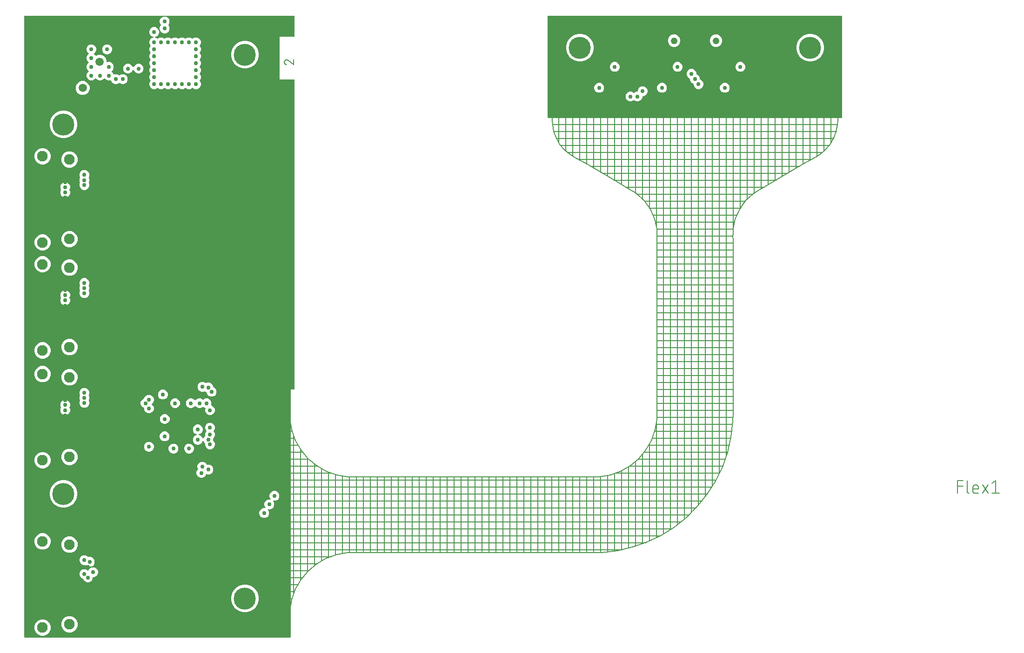
<source format=gbr>
G04 EAGLE Gerber RS-274X export*
G75*
%MOMM*%
%FSLAX34Y34*%
%LPD*%
%INFlex Layer 1*%
%IPPOS*%
%AMOC8*
5,1,8,0,0,1.08239X$1,22.5*%
G01*
%ADD10C,0.152400*%
%ADD11C,0.203200*%
%ADD12C,1.500000*%
%ADD13C,1.950000*%
%ADD14C,1.219200*%
%ADD15C,4.016000*%
%ADD16C,0.756400*%

G36*
X488970Y5084D02*
X488970Y5084D01*
X488989Y5082D01*
X489091Y5104D01*
X489193Y5120D01*
X489210Y5130D01*
X489230Y5134D01*
X489319Y5187D01*
X489410Y5236D01*
X489424Y5250D01*
X489441Y5260D01*
X489508Y5339D01*
X489580Y5414D01*
X489588Y5432D01*
X489601Y5447D01*
X489640Y5543D01*
X489683Y5637D01*
X489685Y5657D01*
X489693Y5675D01*
X489711Y5842D01*
X489711Y456439D01*
X495808Y456439D01*
X495828Y456442D01*
X495847Y456440D01*
X495949Y456462D01*
X496051Y456478D01*
X496068Y456488D01*
X496088Y456492D01*
X496177Y456545D01*
X496268Y456594D01*
X496282Y456608D01*
X496299Y456618D01*
X496366Y456697D01*
X496438Y456772D01*
X496446Y456790D01*
X496459Y456805D01*
X496498Y456901D01*
X496541Y456995D01*
X496543Y457015D01*
X496551Y457033D01*
X496569Y457200D01*
X496569Y1020826D01*
X496566Y1020846D01*
X496568Y1020865D01*
X496546Y1020967D01*
X496530Y1021069D01*
X496520Y1021086D01*
X496516Y1021106D01*
X496463Y1021195D01*
X496414Y1021286D01*
X496400Y1021300D01*
X496390Y1021317D01*
X496311Y1021384D01*
X496236Y1021456D01*
X496218Y1021464D01*
X496203Y1021477D01*
X496107Y1021516D01*
X496013Y1021559D01*
X495993Y1021561D01*
X495975Y1021569D01*
X495808Y1021587D01*
X469584Y1021587D01*
X469137Y1022034D01*
X469137Y1098866D01*
X469584Y1099313D01*
X495808Y1099313D01*
X495828Y1099316D01*
X495847Y1099314D01*
X495949Y1099336D01*
X496051Y1099352D01*
X496068Y1099362D01*
X496088Y1099366D01*
X496177Y1099419D01*
X496268Y1099468D01*
X496282Y1099482D01*
X496299Y1099492D01*
X496366Y1099571D01*
X496438Y1099646D01*
X496446Y1099664D01*
X496459Y1099679D01*
X496498Y1099775D01*
X496541Y1099869D01*
X496543Y1099889D01*
X496551Y1099907D01*
X496569Y1100074D01*
X496569Y1137158D01*
X496566Y1137178D01*
X496568Y1137197D01*
X496546Y1137299D01*
X496530Y1137401D01*
X496520Y1137418D01*
X496516Y1137438D01*
X496463Y1137527D01*
X496414Y1137618D01*
X496400Y1137632D01*
X496390Y1137649D01*
X496311Y1137716D01*
X496236Y1137788D01*
X496218Y1137796D01*
X496203Y1137809D01*
X496107Y1137848D01*
X496013Y1137891D01*
X495993Y1137893D01*
X495975Y1137901D01*
X495808Y1137919D01*
X5842Y1137919D01*
X5822Y1137916D01*
X5803Y1137918D01*
X5701Y1137896D01*
X5599Y1137880D01*
X5582Y1137870D01*
X5562Y1137866D01*
X5473Y1137813D01*
X5382Y1137764D01*
X5368Y1137750D01*
X5351Y1137740D01*
X5284Y1137661D01*
X5212Y1137586D01*
X5204Y1137568D01*
X5191Y1137553D01*
X5152Y1137457D01*
X5109Y1137363D01*
X5107Y1137343D01*
X5099Y1137325D01*
X5081Y1137158D01*
X5081Y5842D01*
X5084Y5822D01*
X5082Y5803D01*
X5104Y5701D01*
X5120Y5599D01*
X5130Y5582D01*
X5134Y5562D01*
X5187Y5473D01*
X5236Y5382D01*
X5250Y5368D01*
X5260Y5351D01*
X5339Y5284D01*
X5414Y5212D01*
X5432Y5204D01*
X5447Y5191D01*
X5543Y5152D01*
X5637Y5109D01*
X5657Y5107D01*
X5675Y5099D01*
X5842Y5081D01*
X488950Y5081D01*
X488970Y5084D01*
G37*
G36*
X1492778Y951361D02*
X1492778Y951361D01*
X1492797Y951359D01*
X1492899Y951381D01*
X1493001Y951398D01*
X1493018Y951407D01*
X1493038Y951411D01*
X1493127Y951464D01*
X1493218Y951513D01*
X1493232Y951527D01*
X1493249Y951537D01*
X1493316Y951616D01*
X1493388Y951691D01*
X1493396Y951709D01*
X1493409Y951724D01*
X1493448Y951820D01*
X1493491Y951914D01*
X1493493Y951934D01*
X1493501Y951952D01*
X1493519Y952119D01*
X1493519Y1137158D01*
X1493516Y1137178D01*
X1493518Y1137197D01*
X1493496Y1137299D01*
X1493480Y1137401D01*
X1493470Y1137418D01*
X1493466Y1137438D01*
X1493413Y1137527D01*
X1493364Y1137618D01*
X1493350Y1137632D01*
X1493340Y1137649D01*
X1493261Y1137716D01*
X1493186Y1137788D01*
X1493168Y1137796D01*
X1493153Y1137809D01*
X1493057Y1137848D01*
X1492963Y1137891D01*
X1492943Y1137893D01*
X1492925Y1137901D01*
X1492758Y1137919D01*
X958342Y1137919D01*
X958322Y1137916D01*
X958303Y1137918D01*
X958201Y1137896D01*
X958099Y1137880D01*
X958082Y1137870D01*
X958062Y1137866D01*
X957973Y1137813D01*
X957882Y1137764D01*
X957868Y1137750D01*
X957851Y1137740D01*
X957784Y1137661D01*
X957712Y1137586D01*
X957704Y1137568D01*
X957691Y1137553D01*
X957652Y1137457D01*
X957609Y1137363D01*
X957607Y1137343D01*
X957599Y1137325D01*
X957581Y1137158D01*
X957581Y952119D01*
X957584Y952099D01*
X957582Y952080D01*
X957604Y951978D01*
X957620Y951876D01*
X957630Y951859D01*
X957634Y951839D01*
X957687Y951750D01*
X957736Y951659D01*
X957750Y951645D01*
X957760Y951628D01*
X957839Y951561D01*
X957914Y951490D01*
X957932Y951481D01*
X957947Y951468D01*
X958043Y951429D01*
X958137Y951386D01*
X958157Y951384D01*
X958175Y951376D01*
X958342Y951358D01*
X1492758Y951358D01*
X1492778Y951361D01*
G37*
%LPC*%
G36*
X239537Y1003962D02*
X239537Y1003962D01*
X236280Y1005312D01*
X233787Y1007805D01*
X232437Y1011062D01*
X232437Y1014588D01*
X233787Y1017845D01*
X234578Y1018637D01*
X234590Y1018653D01*
X234605Y1018665D01*
X234661Y1018753D01*
X234721Y1018836D01*
X234727Y1018855D01*
X234738Y1018872D01*
X234763Y1018973D01*
X234794Y1019072D01*
X234793Y1019091D01*
X234798Y1019111D01*
X234790Y1019214D01*
X234787Y1019317D01*
X234781Y1019336D01*
X234779Y1019356D01*
X234739Y1019451D01*
X234703Y1019548D01*
X234690Y1019564D01*
X234683Y1019582D01*
X234578Y1019713D01*
X233787Y1020505D01*
X232437Y1023762D01*
X232437Y1027288D01*
X233787Y1030545D01*
X234578Y1031337D01*
X234590Y1031353D01*
X234605Y1031365D01*
X234661Y1031453D01*
X234721Y1031536D01*
X234727Y1031555D01*
X234738Y1031572D01*
X234763Y1031673D01*
X234794Y1031772D01*
X234793Y1031791D01*
X234798Y1031811D01*
X234790Y1031914D01*
X234787Y1032017D01*
X234781Y1032036D01*
X234779Y1032056D01*
X234739Y1032151D01*
X234703Y1032248D01*
X234690Y1032264D01*
X234683Y1032282D01*
X234578Y1032413D01*
X233787Y1033205D01*
X232437Y1036462D01*
X232437Y1039988D01*
X233787Y1043245D01*
X234578Y1044037D01*
X234590Y1044053D01*
X234605Y1044065D01*
X234661Y1044153D01*
X234721Y1044236D01*
X234727Y1044255D01*
X234738Y1044272D01*
X234763Y1044373D01*
X234794Y1044472D01*
X234793Y1044491D01*
X234798Y1044511D01*
X234790Y1044614D01*
X234787Y1044717D01*
X234781Y1044736D01*
X234779Y1044756D01*
X234739Y1044851D01*
X234703Y1044948D01*
X234690Y1044964D01*
X234683Y1044982D01*
X234578Y1045113D01*
X233787Y1045905D01*
X232437Y1049162D01*
X232437Y1052688D01*
X233787Y1055945D01*
X234578Y1056737D01*
X234590Y1056753D01*
X234605Y1056765D01*
X234661Y1056853D01*
X234721Y1056936D01*
X234727Y1056955D01*
X234738Y1056972D01*
X234763Y1057073D01*
X234794Y1057172D01*
X234793Y1057191D01*
X234798Y1057211D01*
X234790Y1057314D01*
X234787Y1057417D01*
X234781Y1057436D01*
X234779Y1057456D01*
X234739Y1057551D01*
X234703Y1057648D01*
X234690Y1057664D01*
X234683Y1057682D01*
X234578Y1057813D01*
X233787Y1058605D01*
X232437Y1061862D01*
X232437Y1065388D01*
X233787Y1068645D01*
X234578Y1069437D01*
X234590Y1069453D01*
X234605Y1069465D01*
X234661Y1069553D01*
X234721Y1069636D01*
X234727Y1069655D01*
X234738Y1069672D01*
X234763Y1069773D01*
X234794Y1069872D01*
X234793Y1069891D01*
X234798Y1069911D01*
X234790Y1070014D01*
X234787Y1070117D01*
X234781Y1070136D01*
X234779Y1070156D01*
X234739Y1070251D01*
X234703Y1070348D01*
X234690Y1070364D01*
X234683Y1070382D01*
X234578Y1070513D01*
X233787Y1071305D01*
X232437Y1074562D01*
X232437Y1078088D01*
X233787Y1081345D01*
X234578Y1082137D01*
X234590Y1082153D01*
X234605Y1082165D01*
X234661Y1082253D01*
X234721Y1082336D01*
X234727Y1082355D01*
X234738Y1082372D01*
X234763Y1082473D01*
X234794Y1082572D01*
X234793Y1082591D01*
X234798Y1082611D01*
X234790Y1082714D01*
X234787Y1082817D01*
X234781Y1082836D01*
X234779Y1082856D01*
X234739Y1082951D01*
X234703Y1083048D01*
X234690Y1083064D01*
X234683Y1083082D01*
X234578Y1083213D01*
X233787Y1084005D01*
X232437Y1087262D01*
X232437Y1090788D01*
X233787Y1094045D01*
X236280Y1096538D01*
X239438Y1097847D01*
X239499Y1097885D01*
X239564Y1097914D01*
X239603Y1097949D01*
X239647Y1097976D01*
X239693Y1098032D01*
X239746Y1098080D01*
X239771Y1098126D01*
X239804Y1098166D01*
X239830Y1098233D01*
X239864Y1098296D01*
X239873Y1098347D01*
X239892Y1098395D01*
X239895Y1098467D01*
X239908Y1098538D01*
X239900Y1098589D01*
X239903Y1098641D01*
X239883Y1098710D01*
X239872Y1098781D01*
X239848Y1098827D01*
X239834Y1098877D01*
X239793Y1098936D01*
X239761Y1099000D01*
X239723Y1099037D01*
X239694Y1099079D01*
X239636Y1099122D01*
X239585Y1099172D01*
X239522Y1099207D01*
X239496Y1099226D01*
X239474Y1099233D01*
X239438Y1099253D01*
X236280Y1100562D01*
X233787Y1103055D01*
X232437Y1106312D01*
X232437Y1109838D01*
X233787Y1113095D01*
X236280Y1115588D01*
X239537Y1116938D01*
X243063Y1116938D01*
X246320Y1115588D01*
X248813Y1113095D01*
X250163Y1109838D01*
X250163Y1106312D01*
X248813Y1103055D01*
X246320Y1100562D01*
X243162Y1099253D01*
X243101Y1099215D01*
X243036Y1099186D01*
X242997Y1099151D01*
X242953Y1099124D01*
X242907Y1099068D01*
X242854Y1099020D01*
X242829Y1098974D01*
X242796Y1098934D01*
X242770Y1098867D01*
X242736Y1098804D01*
X242727Y1098753D01*
X242708Y1098705D01*
X242705Y1098633D01*
X242692Y1098562D01*
X242700Y1098511D01*
X242697Y1098459D01*
X242717Y1098390D01*
X242728Y1098319D01*
X242752Y1098273D01*
X242766Y1098223D01*
X242807Y1098164D01*
X242839Y1098100D01*
X242877Y1098063D01*
X242906Y1098021D01*
X242964Y1097978D01*
X243015Y1097928D01*
X243078Y1097893D01*
X243104Y1097874D01*
X243126Y1097867D01*
X243162Y1097847D01*
X246320Y1096538D01*
X247112Y1095747D01*
X247128Y1095735D01*
X247140Y1095720D01*
X247228Y1095664D01*
X247311Y1095604D01*
X247330Y1095598D01*
X247347Y1095587D01*
X247448Y1095562D01*
X247547Y1095531D01*
X247566Y1095532D01*
X247586Y1095527D01*
X247689Y1095535D01*
X247792Y1095538D01*
X247811Y1095544D01*
X247831Y1095546D01*
X247926Y1095586D01*
X248023Y1095622D01*
X248039Y1095634D01*
X248057Y1095642D01*
X248188Y1095747D01*
X248980Y1096538D01*
X252237Y1097888D01*
X255763Y1097888D01*
X259020Y1096538D01*
X259812Y1095747D01*
X259828Y1095735D01*
X259840Y1095720D01*
X259928Y1095664D01*
X260011Y1095604D01*
X260030Y1095598D01*
X260047Y1095587D01*
X260148Y1095562D01*
X260247Y1095531D01*
X260266Y1095532D01*
X260286Y1095527D01*
X260389Y1095535D01*
X260492Y1095538D01*
X260511Y1095544D01*
X260531Y1095546D01*
X260626Y1095586D01*
X260723Y1095622D01*
X260739Y1095634D01*
X260757Y1095642D01*
X260888Y1095747D01*
X261680Y1096538D01*
X264937Y1097888D01*
X268463Y1097888D01*
X271720Y1096538D01*
X272512Y1095747D01*
X272528Y1095735D01*
X272540Y1095720D01*
X272628Y1095664D01*
X272711Y1095604D01*
X272730Y1095598D01*
X272747Y1095587D01*
X272848Y1095562D01*
X272947Y1095531D01*
X272966Y1095532D01*
X272986Y1095527D01*
X273089Y1095535D01*
X273192Y1095538D01*
X273211Y1095544D01*
X273231Y1095546D01*
X273326Y1095586D01*
X273423Y1095622D01*
X273439Y1095635D01*
X273457Y1095642D01*
X273588Y1095747D01*
X274380Y1096538D01*
X277637Y1097888D01*
X281163Y1097888D01*
X284420Y1096538D01*
X285212Y1095747D01*
X285228Y1095735D01*
X285240Y1095720D01*
X285328Y1095664D01*
X285411Y1095604D01*
X285430Y1095598D01*
X285447Y1095587D01*
X285548Y1095562D01*
X285647Y1095531D01*
X285666Y1095532D01*
X285686Y1095527D01*
X285789Y1095535D01*
X285892Y1095538D01*
X285911Y1095544D01*
X285931Y1095546D01*
X286026Y1095586D01*
X286123Y1095622D01*
X286139Y1095635D01*
X286157Y1095642D01*
X286288Y1095747D01*
X287080Y1096538D01*
X290337Y1097888D01*
X293863Y1097888D01*
X297120Y1096538D01*
X297912Y1095747D01*
X297928Y1095735D01*
X297940Y1095720D01*
X298028Y1095664D01*
X298111Y1095604D01*
X298130Y1095598D01*
X298147Y1095587D01*
X298248Y1095562D01*
X298347Y1095531D01*
X298366Y1095532D01*
X298386Y1095527D01*
X298489Y1095535D01*
X298592Y1095538D01*
X298611Y1095544D01*
X298631Y1095546D01*
X298726Y1095586D01*
X298823Y1095622D01*
X298839Y1095635D01*
X298857Y1095642D01*
X298988Y1095747D01*
X299780Y1096538D01*
X303037Y1097888D01*
X306563Y1097888D01*
X309820Y1096538D01*
X310612Y1095747D01*
X310628Y1095735D01*
X310640Y1095720D01*
X310728Y1095664D01*
X310811Y1095604D01*
X310830Y1095598D01*
X310847Y1095587D01*
X310948Y1095562D01*
X311047Y1095531D01*
X311066Y1095532D01*
X311086Y1095527D01*
X311189Y1095535D01*
X311292Y1095538D01*
X311311Y1095544D01*
X311331Y1095546D01*
X311426Y1095586D01*
X311523Y1095622D01*
X311539Y1095635D01*
X311557Y1095642D01*
X311688Y1095747D01*
X312480Y1096538D01*
X315737Y1097888D01*
X319263Y1097888D01*
X322520Y1096538D01*
X325013Y1094045D01*
X326363Y1090788D01*
X326363Y1087262D01*
X325013Y1084005D01*
X324222Y1083213D01*
X324210Y1083197D01*
X324195Y1083185D01*
X324139Y1083097D01*
X324079Y1083014D01*
X324073Y1082995D01*
X324062Y1082978D01*
X324037Y1082877D01*
X324006Y1082778D01*
X324007Y1082759D01*
X324002Y1082739D01*
X324010Y1082636D01*
X324013Y1082533D01*
X324019Y1082514D01*
X324021Y1082494D01*
X324061Y1082399D01*
X324097Y1082302D01*
X324110Y1082286D01*
X324117Y1082268D01*
X324222Y1082137D01*
X325013Y1081345D01*
X326363Y1078088D01*
X326363Y1074562D01*
X325013Y1071305D01*
X324222Y1070513D01*
X324210Y1070497D01*
X324195Y1070485D01*
X324139Y1070397D01*
X324079Y1070314D01*
X324073Y1070295D01*
X324062Y1070278D01*
X324037Y1070177D01*
X324006Y1070078D01*
X324007Y1070059D01*
X324002Y1070039D01*
X324010Y1069936D01*
X324013Y1069833D01*
X324019Y1069814D01*
X324021Y1069794D01*
X324061Y1069699D01*
X324097Y1069602D01*
X324110Y1069586D01*
X324117Y1069568D01*
X324222Y1069437D01*
X325013Y1068645D01*
X326363Y1065388D01*
X326363Y1061862D01*
X325013Y1058605D01*
X324222Y1057813D01*
X324210Y1057797D01*
X324195Y1057785D01*
X324139Y1057697D01*
X324079Y1057614D01*
X324073Y1057595D01*
X324062Y1057578D01*
X324037Y1057477D01*
X324006Y1057378D01*
X324007Y1057359D01*
X324002Y1057339D01*
X324010Y1057236D01*
X324013Y1057133D01*
X324019Y1057114D01*
X324021Y1057094D01*
X324061Y1056999D01*
X324097Y1056902D01*
X324110Y1056886D01*
X324117Y1056868D01*
X324222Y1056737D01*
X325013Y1055945D01*
X326363Y1052688D01*
X326363Y1049162D01*
X325013Y1045905D01*
X324222Y1045113D01*
X324210Y1045097D01*
X324195Y1045085D01*
X324139Y1044997D01*
X324079Y1044914D01*
X324073Y1044895D01*
X324062Y1044878D01*
X324037Y1044777D01*
X324006Y1044678D01*
X324007Y1044659D01*
X324002Y1044639D01*
X324010Y1044536D01*
X324013Y1044433D01*
X324019Y1044414D01*
X324021Y1044394D01*
X324061Y1044299D01*
X324097Y1044202D01*
X324110Y1044186D01*
X324117Y1044168D01*
X324222Y1044037D01*
X325013Y1043245D01*
X326363Y1039988D01*
X326363Y1036462D01*
X325013Y1033205D01*
X324222Y1032413D01*
X324210Y1032397D01*
X324195Y1032385D01*
X324139Y1032297D01*
X324079Y1032214D01*
X324073Y1032195D01*
X324062Y1032178D01*
X324037Y1032077D01*
X324006Y1031978D01*
X324007Y1031959D01*
X324002Y1031939D01*
X324010Y1031836D01*
X324013Y1031733D01*
X324019Y1031714D01*
X324021Y1031694D01*
X324061Y1031599D01*
X324097Y1031502D01*
X324110Y1031486D01*
X324117Y1031468D01*
X324222Y1031337D01*
X325013Y1030545D01*
X326363Y1027288D01*
X326363Y1023762D01*
X325013Y1020505D01*
X324222Y1019713D01*
X324210Y1019697D01*
X324195Y1019685D01*
X324139Y1019597D01*
X324079Y1019514D01*
X324073Y1019495D01*
X324062Y1019478D01*
X324037Y1019377D01*
X324006Y1019278D01*
X324007Y1019259D01*
X324002Y1019239D01*
X324010Y1019136D01*
X324013Y1019033D01*
X324019Y1019014D01*
X324021Y1018994D01*
X324061Y1018899D01*
X324097Y1018802D01*
X324110Y1018786D01*
X324117Y1018768D01*
X324222Y1018637D01*
X325013Y1017845D01*
X326363Y1014588D01*
X326363Y1011062D01*
X325013Y1007805D01*
X322520Y1005312D01*
X319263Y1003962D01*
X315737Y1003962D01*
X312480Y1005312D01*
X311688Y1006103D01*
X311672Y1006115D01*
X311660Y1006130D01*
X311572Y1006186D01*
X311489Y1006246D01*
X311470Y1006252D01*
X311453Y1006263D01*
X311352Y1006288D01*
X311253Y1006319D01*
X311234Y1006318D01*
X311214Y1006323D01*
X311111Y1006315D01*
X311008Y1006312D01*
X310989Y1006306D01*
X310969Y1006304D01*
X310874Y1006264D01*
X310777Y1006228D01*
X310761Y1006215D01*
X310743Y1006208D01*
X310612Y1006103D01*
X309820Y1005312D01*
X306563Y1003962D01*
X303037Y1003962D01*
X299780Y1005312D01*
X298988Y1006103D01*
X298972Y1006115D01*
X298960Y1006130D01*
X298872Y1006186D01*
X298789Y1006246D01*
X298770Y1006252D01*
X298753Y1006263D01*
X298652Y1006288D01*
X298553Y1006319D01*
X298534Y1006318D01*
X298514Y1006323D01*
X298411Y1006315D01*
X298308Y1006312D01*
X298289Y1006306D01*
X298269Y1006304D01*
X298174Y1006264D01*
X298077Y1006228D01*
X298061Y1006215D01*
X298043Y1006208D01*
X297912Y1006103D01*
X297120Y1005312D01*
X293863Y1003962D01*
X290337Y1003962D01*
X287080Y1005312D01*
X286288Y1006103D01*
X286272Y1006115D01*
X286260Y1006130D01*
X286172Y1006186D01*
X286089Y1006246D01*
X286070Y1006252D01*
X286053Y1006263D01*
X285952Y1006288D01*
X285853Y1006319D01*
X285834Y1006318D01*
X285814Y1006323D01*
X285711Y1006315D01*
X285608Y1006312D01*
X285589Y1006306D01*
X285569Y1006304D01*
X285474Y1006264D01*
X285377Y1006228D01*
X285361Y1006215D01*
X285343Y1006208D01*
X285212Y1006103D01*
X284420Y1005312D01*
X281163Y1003962D01*
X277637Y1003962D01*
X274380Y1005312D01*
X273588Y1006103D01*
X273572Y1006115D01*
X273560Y1006130D01*
X273472Y1006186D01*
X273389Y1006246D01*
X273370Y1006252D01*
X273353Y1006263D01*
X273252Y1006288D01*
X273153Y1006319D01*
X273134Y1006318D01*
X273114Y1006323D01*
X273011Y1006315D01*
X272908Y1006312D01*
X272889Y1006306D01*
X272869Y1006304D01*
X272774Y1006264D01*
X272677Y1006228D01*
X272661Y1006215D01*
X272643Y1006208D01*
X272512Y1006103D01*
X271720Y1005312D01*
X268463Y1003962D01*
X264937Y1003962D01*
X261680Y1005312D01*
X260888Y1006103D01*
X260872Y1006115D01*
X260860Y1006130D01*
X260772Y1006186D01*
X260689Y1006246D01*
X260670Y1006252D01*
X260653Y1006263D01*
X260552Y1006288D01*
X260453Y1006319D01*
X260434Y1006318D01*
X260414Y1006323D01*
X260311Y1006315D01*
X260208Y1006312D01*
X260189Y1006306D01*
X260169Y1006304D01*
X260074Y1006264D01*
X259977Y1006228D01*
X259961Y1006215D01*
X259943Y1006208D01*
X259812Y1006103D01*
X259020Y1005312D01*
X255763Y1003962D01*
X252237Y1003962D01*
X248980Y1005312D01*
X248188Y1006103D01*
X248172Y1006115D01*
X248160Y1006130D01*
X248072Y1006186D01*
X247989Y1006246D01*
X247970Y1006252D01*
X247953Y1006263D01*
X247852Y1006288D01*
X247753Y1006319D01*
X247734Y1006318D01*
X247714Y1006323D01*
X247611Y1006315D01*
X247508Y1006312D01*
X247489Y1006306D01*
X247469Y1006304D01*
X247374Y1006264D01*
X247277Y1006228D01*
X247261Y1006215D01*
X247243Y1006208D01*
X247112Y1006103D01*
X246320Y1005312D01*
X243063Y1003962D01*
X239537Y1003962D01*
G37*
%LPD*%
%LPC*%
G36*
X169687Y1013487D02*
X169687Y1013487D01*
X166430Y1014837D01*
X163937Y1017330D01*
X162840Y1019977D01*
X162829Y1019994D01*
X162824Y1020013D01*
X162765Y1020098D01*
X162710Y1020186D01*
X162695Y1020199D01*
X162684Y1020215D01*
X162601Y1020277D01*
X162521Y1020343D01*
X162502Y1020350D01*
X162486Y1020362D01*
X162388Y1020394D01*
X162291Y1020431D01*
X162271Y1020432D01*
X162252Y1020438D01*
X162149Y1020437D01*
X162045Y1020442D01*
X162026Y1020436D01*
X162006Y1020436D01*
X161845Y1020389D01*
X160513Y1019837D01*
X156987Y1019837D01*
X153730Y1021187D01*
X151351Y1023565D01*
X151335Y1023577D01*
X151322Y1023593D01*
X151235Y1023649D01*
X151151Y1023709D01*
X151132Y1023715D01*
X151115Y1023726D01*
X151015Y1023751D01*
X150916Y1023781D01*
X150896Y1023781D01*
X150877Y1023786D01*
X150774Y1023778D01*
X150670Y1023775D01*
X150651Y1023768D01*
X150632Y1023767D01*
X150537Y1023726D01*
X150439Y1023691D01*
X150423Y1023678D01*
X150405Y1023670D01*
X150274Y1023565D01*
X147895Y1021187D01*
X144638Y1019837D01*
X141112Y1019837D01*
X137855Y1021187D01*
X135476Y1023565D01*
X135460Y1023577D01*
X135447Y1023593D01*
X135360Y1023649D01*
X135276Y1023709D01*
X135257Y1023715D01*
X135240Y1023726D01*
X135140Y1023751D01*
X135041Y1023781D01*
X135021Y1023781D01*
X135002Y1023786D01*
X134899Y1023778D01*
X134795Y1023775D01*
X134776Y1023768D01*
X134756Y1023767D01*
X134662Y1023726D01*
X134564Y1023691D01*
X134548Y1023678D01*
X134530Y1023670D01*
X134399Y1023565D01*
X132020Y1021187D01*
X128763Y1019837D01*
X125237Y1019837D01*
X121980Y1021187D01*
X119487Y1023680D01*
X118137Y1026937D01*
X118137Y1030463D01*
X119487Y1033720D01*
X121865Y1036099D01*
X121877Y1036115D01*
X121893Y1036128D01*
X121949Y1036215D01*
X122009Y1036299D01*
X122015Y1036318D01*
X122026Y1036335D01*
X122051Y1036435D01*
X122081Y1036534D01*
X122081Y1036554D01*
X122086Y1036573D01*
X122078Y1036676D01*
X122075Y1036780D01*
X122068Y1036799D01*
X122067Y1036819D01*
X122026Y1036913D01*
X121991Y1037011D01*
X121978Y1037027D01*
X121970Y1037045D01*
X121865Y1037176D01*
X119487Y1039555D01*
X118137Y1042812D01*
X118137Y1046338D01*
X119487Y1049595D01*
X121865Y1051974D01*
X121877Y1051990D01*
X121893Y1052003D01*
X121949Y1052090D01*
X122009Y1052174D01*
X122015Y1052193D01*
X122026Y1052210D01*
X122051Y1052310D01*
X122081Y1052409D01*
X122081Y1052429D01*
X122086Y1052448D01*
X122078Y1052551D01*
X122075Y1052655D01*
X122068Y1052674D01*
X122067Y1052694D01*
X122026Y1052788D01*
X121991Y1052886D01*
X121978Y1052902D01*
X121970Y1052920D01*
X121865Y1053051D01*
X119487Y1055430D01*
X118137Y1058687D01*
X118137Y1062213D01*
X119487Y1065470D01*
X121865Y1067849D01*
X121877Y1067865D01*
X121893Y1067878D01*
X121949Y1067965D01*
X122009Y1068049D01*
X122015Y1068068D01*
X122026Y1068085D01*
X122051Y1068185D01*
X122081Y1068284D01*
X122081Y1068304D01*
X122086Y1068323D01*
X122078Y1068426D01*
X122075Y1068530D01*
X122068Y1068549D01*
X122067Y1068569D01*
X122026Y1068663D01*
X121991Y1068761D01*
X121978Y1068777D01*
X121970Y1068795D01*
X121865Y1068926D01*
X119487Y1071305D01*
X118137Y1074562D01*
X118137Y1078088D01*
X119487Y1081345D01*
X121980Y1083838D01*
X125237Y1085188D01*
X128763Y1085188D01*
X132020Y1083838D01*
X134513Y1081345D01*
X135863Y1078088D01*
X135863Y1074562D01*
X134513Y1071305D01*
X132135Y1068926D01*
X132123Y1068910D01*
X132107Y1068897D01*
X132051Y1068810D01*
X131991Y1068726D01*
X131985Y1068707D01*
X131974Y1068690D01*
X131949Y1068590D01*
X131919Y1068491D01*
X131919Y1068471D01*
X131914Y1068452D01*
X131922Y1068349D01*
X131925Y1068245D01*
X131932Y1068226D01*
X131933Y1068207D01*
X131974Y1068112D01*
X132009Y1068014D01*
X132022Y1067998D01*
X132030Y1067980D01*
X132135Y1067849D01*
X134513Y1065470D01*
X134542Y1065401D01*
X134553Y1065384D01*
X134558Y1065364D01*
X134617Y1065279D01*
X134672Y1065191D01*
X134687Y1065179D01*
X134699Y1065162D01*
X134782Y1065100D01*
X134861Y1065035D01*
X134880Y1065027D01*
X134896Y1065016D01*
X134995Y1064983D01*
X135091Y1064946D01*
X135111Y1064946D01*
X135130Y1064939D01*
X135233Y1064940D01*
X135337Y1064936D01*
X135356Y1064942D01*
X135376Y1064942D01*
X135537Y1064988D01*
X139623Y1066681D01*
X144627Y1066681D01*
X149251Y1064765D01*
X152790Y1061226D01*
X154706Y1056602D01*
X154706Y1053632D01*
X154713Y1053587D01*
X154711Y1053541D01*
X154733Y1053466D01*
X154745Y1053389D01*
X154767Y1053349D01*
X154780Y1053305D01*
X154824Y1053241D01*
X154861Y1053172D01*
X154894Y1053140D01*
X154920Y1053103D01*
X154983Y1053056D01*
X155039Y1053003D01*
X155081Y1052983D01*
X155117Y1052956D01*
X155191Y1052932D01*
X155262Y1052899D01*
X155308Y1052894D01*
X155351Y1052880D01*
X155429Y1052880D01*
X155506Y1052872D01*
X155551Y1052882D01*
X155597Y1052882D01*
X155729Y1052920D01*
X155747Y1052924D01*
X155751Y1052927D01*
X155758Y1052929D01*
X156987Y1053438D01*
X160513Y1053438D01*
X163770Y1052088D01*
X166263Y1049595D01*
X167613Y1046338D01*
X167613Y1042812D01*
X166263Y1039555D01*
X163885Y1037176D01*
X163873Y1037160D01*
X163857Y1037147D01*
X163801Y1037060D01*
X163741Y1036976D01*
X163735Y1036957D01*
X163724Y1036940D01*
X163699Y1036840D01*
X163669Y1036741D01*
X163669Y1036721D01*
X163664Y1036702D01*
X163672Y1036599D01*
X163675Y1036495D01*
X163682Y1036476D01*
X163683Y1036456D01*
X163724Y1036362D01*
X163759Y1036264D01*
X163772Y1036248D01*
X163780Y1036230D01*
X163885Y1036099D01*
X166263Y1033720D01*
X167360Y1031073D01*
X167371Y1031056D01*
X167376Y1031037D01*
X167435Y1030952D01*
X167490Y1030864D01*
X167505Y1030851D01*
X167516Y1030835D01*
X167599Y1030773D01*
X167679Y1030707D01*
X167698Y1030700D01*
X167714Y1030688D01*
X167812Y1030656D01*
X167909Y1030619D01*
X167929Y1030618D01*
X167948Y1030612D01*
X168051Y1030613D01*
X168155Y1030608D01*
X168174Y1030614D01*
X168194Y1030614D01*
X168355Y1030661D01*
X169687Y1031213D01*
X173213Y1031213D01*
X176470Y1029863D01*
X177262Y1029072D01*
X177278Y1029060D01*
X177290Y1029045D01*
X177378Y1028989D01*
X177461Y1028929D01*
X177480Y1028923D01*
X177497Y1028912D01*
X177598Y1028887D01*
X177697Y1028856D01*
X177716Y1028857D01*
X177736Y1028852D01*
X177839Y1028860D01*
X177942Y1028863D01*
X177961Y1028869D01*
X177981Y1028871D01*
X178076Y1028911D01*
X178173Y1028947D01*
X178189Y1028959D01*
X178207Y1028967D01*
X178338Y1029072D01*
X179130Y1029863D01*
X182387Y1031213D01*
X185913Y1031213D01*
X189170Y1029863D01*
X191663Y1027370D01*
X193013Y1024113D01*
X193013Y1020587D01*
X191663Y1017330D01*
X189170Y1014837D01*
X185913Y1013487D01*
X182387Y1013487D01*
X179130Y1014837D01*
X178338Y1015628D01*
X178322Y1015640D01*
X178310Y1015655D01*
X178222Y1015711D01*
X178139Y1015771D01*
X178120Y1015777D01*
X178103Y1015788D01*
X178002Y1015813D01*
X177903Y1015844D01*
X177884Y1015843D01*
X177864Y1015848D01*
X177761Y1015840D01*
X177658Y1015837D01*
X177639Y1015831D01*
X177619Y1015829D01*
X177524Y1015789D01*
X177427Y1015753D01*
X177411Y1015740D01*
X177393Y1015733D01*
X177262Y1015628D01*
X176470Y1014837D01*
X173213Y1013487D01*
X169687Y1013487D01*
G37*
%LPD*%
%LPC*%
G36*
X72888Y241539D02*
X72888Y241539D01*
X66488Y243254D01*
X60751Y246566D01*
X56066Y251251D01*
X52754Y256988D01*
X51039Y263388D01*
X51039Y270012D01*
X52754Y276412D01*
X56066Y282149D01*
X60751Y286834D01*
X66488Y290146D01*
X72888Y291861D01*
X79512Y291861D01*
X85912Y290146D01*
X91649Y286834D01*
X96334Y282149D01*
X99646Y276412D01*
X101361Y270012D01*
X101361Y263388D01*
X99646Y256988D01*
X96334Y251251D01*
X91649Y246566D01*
X85912Y243254D01*
X79512Y241539D01*
X72888Y241539D01*
G37*
%LPD*%
%LPC*%
G36*
X72888Y914639D02*
X72888Y914639D01*
X66488Y916354D01*
X60751Y919666D01*
X56066Y924351D01*
X52754Y930088D01*
X51039Y936488D01*
X51039Y943112D01*
X52754Y949512D01*
X56066Y955249D01*
X60751Y959934D01*
X66488Y963246D01*
X72888Y964961D01*
X79512Y964961D01*
X85912Y963246D01*
X91649Y959934D01*
X96334Y955249D01*
X99646Y949512D01*
X101361Y943112D01*
X101361Y936488D01*
X99646Y930088D01*
X96334Y924351D01*
X91649Y919666D01*
X85912Y916354D01*
X79512Y914639D01*
X72888Y914639D01*
G37*
%LPD*%
%LPC*%
G36*
X403088Y1041639D02*
X403088Y1041639D01*
X396688Y1043354D01*
X390951Y1046666D01*
X386266Y1051351D01*
X382954Y1057088D01*
X381239Y1063488D01*
X381239Y1070112D01*
X382954Y1076512D01*
X386266Y1082249D01*
X390951Y1086934D01*
X396688Y1090246D01*
X403088Y1091961D01*
X409712Y1091961D01*
X416112Y1090246D01*
X421849Y1086934D01*
X426534Y1082249D01*
X429846Y1076512D01*
X431561Y1070112D01*
X431561Y1063488D01*
X429846Y1057088D01*
X426534Y1051351D01*
X421849Y1046666D01*
X416112Y1043354D01*
X409712Y1041639D01*
X403088Y1041639D01*
G37*
%LPD*%
%LPC*%
G36*
X403088Y51039D02*
X403088Y51039D01*
X396688Y52754D01*
X390951Y56066D01*
X386266Y60751D01*
X382954Y66488D01*
X381239Y72888D01*
X381239Y79512D01*
X382954Y85912D01*
X386266Y91649D01*
X390951Y96334D01*
X396688Y99646D01*
X403088Y101361D01*
X409712Y101361D01*
X416112Y99646D01*
X421849Y96334D01*
X426534Y91649D01*
X429846Y85912D01*
X431561Y79512D01*
X431561Y72888D01*
X429846Y66488D01*
X426534Y60751D01*
X421849Y56066D01*
X416112Y52754D01*
X409712Y51039D01*
X403088Y51039D01*
G37*
%LPD*%
%LPC*%
G36*
X1012688Y1054339D02*
X1012688Y1054339D01*
X1006288Y1056054D01*
X1000551Y1059366D01*
X995866Y1064051D01*
X992554Y1069788D01*
X990839Y1076188D01*
X990839Y1082812D01*
X992554Y1089212D01*
X995866Y1094949D01*
X1000551Y1099634D01*
X1006288Y1102946D01*
X1012688Y1104661D01*
X1019312Y1104661D01*
X1025712Y1102946D01*
X1031449Y1099634D01*
X1036134Y1094949D01*
X1039446Y1089212D01*
X1041161Y1082812D01*
X1041161Y1076188D01*
X1039446Y1069788D01*
X1036134Y1064051D01*
X1031449Y1059366D01*
X1025712Y1056054D01*
X1019312Y1054339D01*
X1012688Y1054339D01*
G37*
%LPD*%
%LPC*%
G36*
X1431788Y1054339D02*
X1431788Y1054339D01*
X1425388Y1056054D01*
X1419651Y1059366D01*
X1414966Y1064051D01*
X1411654Y1069788D01*
X1409939Y1076188D01*
X1409939Y1082812D01*
X1411654Y1089212D01*
X1414966Y1094949D01*
X1419651Y1099634D01*
X1425388Y1102946D01*
X1431788Y1104661D01*
X1438412Y1104661D01*
X1444812Y1102946D01*
X1450549Y1099634D01*
X1455234Y1094949D01*
X1458546Y1089212D01*
X1460261Y1082812D01*
X1460261Y1076188D01*
X1458546Y1069788D01*
X1455234Y1064051D01*
X1450549Y1059366D01*
X1444812Y1056054D01*
X1438412Y1054339D01*
X1431788Y1054339D01*
G37*
%LPD*%
%LPC*%
G36*
X341137Y347698D02*
X341137Y347698D01*
X337880Y349048D01*
X335387Y351541D01*
X334037Y354798D01*
X334037Y357964D01*
X334023Y358054D01*
X334015Y358145D01*
X334003Y358174D01*
X333998Y358206D01*
X333955Y358287D01*
X333919Y358371D01*
X333893Y358403D01*
X333882Y358424D01*
X333859Y358446D01*
X333814Y358502D01*
X332212Y360105D01*
X330903Y363263D01*
X330865Y363324D01*
X330836Y363389D01*
X330801Y363428D01*
X330774Y363472D01*
X330718Y363518D01*
X330670Y363571D01*
X330624Y363596D01*
X330584Y363629D01*
X330517Y363655D01*
X330454Y363689D01*
X330403Y363698D01*
X330355Y363717D01*
X330283Y363720D01*
X330212Y363733D01*
X330161Y363725D01*
X330109Y363728D01*
X330040Y363708D01*
X329969Y363697D01*
X329923Y363673D01*
X329873Y363659D01*
X329814Y363618D01*
X329750Y363586D01*
X329713Y363548D01*
X329671Y363519D01*
X329628Y363461D01*
X329578Y363410D01*
X329543Y363347D01*
X329524Y363321D01*
X329517Y363299D01*
X329497Y363263D01*
X328188Y360105D01*
X325695Y357612D01*
X322438Y356262D01*
X318912Y356262D01*
X315655Y357612D01*
X313162Y360105D01*
X311812Y363362D01*
X311812Y366888D01*
X313162Y370145D01*
X315655Y372638D01*
X318813Y373947D01*
X318874Y373985D01*
X318939Y374014D01*
X318978Y374049D01*
X319022Y374076D01*
X319068Y374132D01*
X319121Y374180D01*
X319146Y374226D01*
X319179Y374266D01*
X319205Y374333D01*
X319239Y374396D01*
X319248Y374447D01*
X319267Y374495D01*
X319270Y374567D01*
X319283Y374638D01*
X319275Y374689D01*
X319278Y374741D01*
X319258Y374810D01*
X319247Y374881D01*
X319223Y374927D01*
X319209Y374977D01*
X319168Y375036D01*
X319136Y375100D01*
X319098Y375137D01*
X319069Y375179D01*
X319011Y375222D01*
X318960Y375272D01*
X318897Y375307D01*
X318871Y375326D01*
X318849Y375333D01*
X318813Y375353D01*
X315655Y376662D01*
X313162Y379155D01*
X311812Y382412D01*
X311812Y385938D01*
X313162Y389195D01*
X315655Y391688D01*
X318912Y393038D01*
X322438Y393038D01*
X325695Y391688D01*
X328188Y389195D01*
X329538Y385938D01*
X329538Y382412D01*
X328188Y379155D01*
X325695Y376662D01*
X322537Y375353D01*
X322476Y375315D01*
X322411Y375286D01*
X322372Y375251D01*
X322328Y375224D01*
X322282Y375168D01*
X322229Y375120D01*
X322204Y375074D01*
X322171Y375034D01*
X322145Y374967D01*
X322111Y374904D01*
X322102Y374853D01*
X322083Y374805D01*
X322080Y374733D01*
X322067Y374662D01*
X322075Y374611D01*
X322072Y374559D01*
X322092Y374490D01*
X322103Y374419D01*
X322127Y374373D01*
X322141Y374323D01*
X322182Y374264D01*
X322214Y374200D01*
X322252Y374163D01*
X322281Y374121D01*
X322339Y374078D01*
X322390Y374028D01*
X322453Y373993D01*
X322479Y373974D01*
X322501Y373967D01*
X322537Y373947D01*
X325695Y372638D01*
X328188Y370145D01*
X329497Y366987D01*
X329535Y366926D01*
X329564Y366861D01*
X329599Y366822D01*
X329626Y366778D01*
X329682Y366732D01*
X329730Y366679D01*
X329776Y366654D01*
X329816Y366621D01*
X329883Y366595D01*
X329946Y366561D01*
X329997Y366552D01*
X330045Y366533D01*
X330117Y366530D01*
X330188Y366517D01*
X330239Y366525D01*
X330291Y366522D01*
X330360Y366542D01*
X330431Y366553D01*
X330477Y366577D01*
X330527Y366591D01*
X330586Y366632D01*
X330650Y366664D01*
X330687Y366702D01*
X330729Y366731D01*
X330772Y366789D01*
X330822Y366840D01*
X330857Y366903D01*
X330876Y366929D01*
X330883Y366951D01*
X330903Y366987D01*
X332212Y370145D01*
X333946Y371880D01*
X334014Y371974D01*
X334084Y372068D01*
X334086Y372074D01*
X334089Y372079D01*
X334124Y372190D01*
X334160Y372302D01*
X334160Y372309D01*
X334162Y372315D01*
X334159Y372431D01*
X334158Y372548D01*
X334156Y372555D01*
X334155Y372560D01*
X334149Y372578D01*
X334111Y372709D01*
X334037Y372887D01*
X334037Y376413D01*
X335387Y379670D01*
X336178Y380462D01*
X336190Y380478D01*
X336205Y380490D01*
X336261Y380578D01*
X336321Y380661D01*
X336327Y380680D01*
X336338Y380697D01*
X336363Y380798D01*
X336394Y380897D01*
X336393Y380916D01*
X336398Y380936D01*
X336390Y381039D01*
X336387Y381142D01*
X336381Y381161D01*
X336379Y381181D01*
X336339Y381276D01*
X336303Y381373D01*
X336291Y381389D01*
X336283Y381407D01*
X336178Y381538D01*
X335387Y382330D01*
X334037Y385587D01*
X334037Y389113D01*
X335387Y392370D01*
X337880Y394863D01*
X341137Y396213D01*
X344663Y396213D01*
X347920Y394863D01*
X350413Y392370D01*
X351763Y389113D01*
X351763Y385587D01*
X350413Y382330D01*
X349622Y381538D01*
X349610Y381522D01*
X349595Y381510D01*
X349539Y381422D01*
X349479Y381339D01*
X349473Y381320D01*
X349462Y381303D01*
X349437Y381202D01*
X349406Y381103D01*
X349407Y381084D01*
X349402Y381064D01*
X349410Y380961D01*
X349413Y380858D01*
X349419Y380839D01*
X349421Y380819D01*
X349461Y380724D01*
X349497Y380627D01*
X349510Y380611D01*
X349517Y380593D01*
X349622Y380462D01*
X350413Y379670D01*
X351763Y376413D01*
X351763Y372887D01*
X350413Y369630D01*
X348679Y367895D01*
X348611Y367801D01*
X348541Y367707D01*
X348539Y367701D01*
X348536Y367696D01*
X348501Y367585D01*
X348465Y367473D01*
X348465Y367466D01*
X348463Y367460D01*
X348466Y367344D01*
X348467Y367227D01*
X348469Y367220D01*
X348470Y367215D01*
X348476Y367197D01*
X348514Y367066D01*
X348588Y366888D01*
X348588Y363722D01*
X348602Y363632D01*
X348610Y363541D01*
X348622Y363512D01*
X348627Y363480D01*
X348670Y363399D01*
X348706Y363315D01*
X348732Y363283D01*
X348743Y363262D01*
X348766Y363240D01*
X348811Y363184D01*
X350413Y361581D01*
X351763Y358324D01*
X351763Y354798D01*
X350413Y351541D01*
X347920Y349048D01*
X344663Y347698D01*
X341137Y347698D01*
G37*
%LPD*%
%LPC*%
G36*
X341137Y410237D02*
X341137Y410237D01*
X337880Y411587D01*
X335387Y414080D01*
X334037Y417337D01*
X334037Y420863D01*
X334589Y422195D01*
X334594Y422215D01*
X334603Y422232D01*
X334622Y422334D01*
X334645Y422435D01*
X334643Y422455D01*
X334647Y422474D01*
X334632Y422577D01*
X334622Y422680D01*
X334614Y422698D01*
X334611Y422718D01*
X334564Y422810D01*
X334522Y422904D01*
X334509Y422919D01*
X334500Y422937D01*
X334426Y423009D01*
X334356Y423085D01*
X334338Y423095D01*
X334324Y423109D01*
X334177Y423190D01*
X331530Y424287D01*
X330738Y425078D01*
X330722Y425090D01*
X330710Y425105D01*
X330642Y425148D01*
X330605Y425180D01*
X330584Y425189D01*
X330539Y425221D01*
X330520Y425227D01*
X330503Y425238D01*
X330402Y425263D01*
X330388Y425268D01*
X330377Y425272D01*
X330372Y425273D01*
X330303Y425294D01*
X330284Y425293D01*
X330264Y425298D01*
X330161Y425290D01*
X330058Y425287D01*
X330039Y425281D01*
X330019Y425279D01*
X329957Y425253D01*
X329947Y425251D01*
X329923Y425238D01*
X329827Y425203D01*
X329811Y425190D01*
X329793Y425183D01*
X329743Y425143D01*
X329730Y425136D01*
X329716Y425121D01*
X329662Y425078D01*
X328870Y424287D01*
X325613Y422937D01*
X322087Y422937D01*
X318830Y424287D01*
X316451Y426665D01*
X316435Y426677D01*
X316422Y426693D01*
X316335Y426749D01*
X316251Y426809D01*
X316232Y426815D01*
X316215Y426826D01*
X316115Y426851D01*
X316016Y426881D01*
X315996Y426881D01*
X315977Y426886D01*
X315874Y426878D01*
X315770Y426875D01*
X315751Y426868D01*
X315731Y426867D01*
X315637Y426826D01*
X315539Y426791D01*
X315523Y426778D01*
X315505Y426770D01*
X315374Y426665D01*
X312995Y424287D01*
X309738Y422937D01*
X306212Y422937D01*
X302955Y424287D01*
X300462Y426780D01*
X299112Y430037D01*
X299112Y433563D01*
X300462Y436820D01*
X302955Y439313D01*
X306212Y440663D01*
X309738Y440663D01*
X312995Y439313D01*
X315374Y436935D01*
X315390Y436923D01*
X315403Y436907D01*
X315490Y436851D01*
X315574Y436791D01*
X315593Y436785D01*
X315610Y436774D01*
X315710Y436749D01*
X315809Y436719D01*
X315829Y436719D01*
X315848Y436714D01*
X315951Y436722D01*
X316055Y436725D01*
X316074Y436732D01*
X316093Y436733D01*
X316188Y436774D01*
X316286Y436809D01*
X316302Y436822D01*
X316320Y436830D01*
X316451Y436935D01*
X318830Y439313D01*
X322087Y440663D01*
X325613Y440663D01*
X328870Y439313D01*
X329662Y438522D01*
X329678Y438510D01*
X329690Y438495D01*
X329778Y438439D01*
X329861Y438379D01*
X329880Y438373D01*
X329897Y438362D01*
X329998Y438337D01*
X330097Y438306D01*
X330116Y438307D01*
X330136Y438302D01*
X330239Y438310D01*
X330342Y438313D01*
X330361Y438319D01*
X330381Y438321D01*
X330476Y438361D01*
X330573Y438397D01*
X330589Y438409D01*
X330607Y438417D01*
X330738Y438522D01*
X331530Y439313D01*
X334787Y440663D01*
X338313Y440663D01*
X341570Y439313D01*
X344063Y436820D01*
X345413Y433563D01*
X345413Y430037D01*
X344861Y428705D01*
X344856Y428685D01*
X344847Y428668D01*
X344828Y428566D01*
X344805Y428465D01*
X344807Y428445D01*
X344803Y428426D01*
X344818Y428323D01*
X344828Y428220D01*
X344836Y428202D01*
X344839Y428182D01*
X344886Y428090D01*
X344928Y427996D01*
X344941Y427981D01*
X344950Y427963D01*
X345024Y427891D01*
X345094Y427815D01*
X345112Y427805D01*
X345126Y427791D01*
X345273Y427710D01*
X347920Y426613D01*
X350413Y424120D01*
X351763Y420863D01*
X351763Y417337D01*
X350413Y414080D01*
X347920Y411587D01*
X344663Y410237D01*
X341137Y410237D01*
G37*
%LPD*%
%LPC*%
G36*
X439562Y222912D02*
X439562Y222912D01*
X436305Y224262D01*
X433812Y226755D01*
X432462Y230012D01*
X432462Y233538D01*
X433812Y236795D01*
X436305Y239288D01*
X439562Y240638D01*
X443088Y240638D01*
X443377Y240518D01*
X443472Y240496D01*
X443565Y240467D01*
X443591Y240468D01*
X443617Y240462D01*
X443713Y240471D01*
X443811Y240473D01*
X443835Y240482D01*
X443861Y240485D01*
X443951Y240524D01*
X444042Y240558D01*
X444062Y240574D01*
X444086Y240585D01*
X444158Y240651D01*
X444234Y240712D01*
X444248Y240734D01*
X444267Y240751D01*
X444314Y240837D01*
X444367Y240919D01*
X444373Y240944D01*
X444386Y240967D01*
X444403Y241063D01*
X444427Y241157D01*
X444425Y241183D01*
X444430Y241209D01*
X444415Y241305D01*
X444408Y241402D01*
X444398Y241426D01*
X444394Y241452D01*
X444350Y241539D01*
X444312Y241629D01*
X444291Y241654D01*
X444282Y241671D01*
X444259Y241694D01*
X444207Y241760D01*
X443337Y242630D01*
X441987Y245887D01*
X441987Y249413D01*
X443337Y252670D01*
X445830Y255163D01*
X449087Y256513D01*
X452427Y256513D01*
X452498Y256524D01*
X452569Y256526D01*
X452618Y256544D01*
X452670Y256552D01*
X452733Y256586D01*
X452801Y256611D01*
X452841Y256643D01*
X452887Y256668D01*
X452937Y256720D01*
X452993Y256764D01*
X453021Y256808D01*
X453057Y256846D01*
X453087Y256911D01*
X453126Y256971D01*
X453138Y257022D01*
X453160Y257069D01*
X453168Y257140D01*
X453186Y257210D01*
X453182Y257262D01*
X453187Y257313D01*
X453172Y257384D01*
X453166Y257455D01*
X453146Y257503D01*
X453135Y257554D01*
X453098Y257615D01*
X453070Y257681D01*
X453025Y257737D01*
X453009Y257765D01*
X452991Y257780D01*
X452965Y257812D01*
X452567Y258210D01*
X451218Y261468D01*
X451218Y264994D01*
X452567Y268251D01*
X455060Y270744D01*
X458318Y272093D01*
X461844Y272093D01*
X465101Y270744D01*
X467594Y268251D01*
X468943Y264994D01*
X468943Y261468D01*
X467594Y258210D01*
X465101Y255717D01*
X461844Y254368D01*
X458504Y254368D01*
X458433Y254356D01*
X458361Y254355D01*
X458312Y254337D01*
X458261Y254328D01*
X458198Y254295D01*
X458130Y254270D01*
X458089Y254237D01*
X458044Y254213D01*
X457994Y254161D01*
X457938Y254116D01*
X457910Y254073D01*
X457874Y254035D01*
X457844Y253970D01*
X457805Y253909D01*
X457792Y253859D01*
X457771Y253812D01*
X457763Y253740D01*
X457745Y253671D01*
X457749Y253619D01*
X457743Y253567D01*
X457759Y253497D01*
X457764Y253426D01*
X457785Y253378D01*
X457796Y253327D01*
X457832Y253265D01*
X457861Y253199D01*
X457905Y253143D01*
X457922Y253116D01*
X457940Y253101D01*
X457965Y253068D01*
X458363Y252670D01*
X459713Y249413D01*
X459713Y245887D01*
X458363Y242630D01*
X455870Y240137D01*
X452613Y238787D01*
X449087Y238787D01*
X448798Y238907D01*
X448703Y238929D01*
X448610Y238958D01*
X448584Y238957D01*
X448558Y238963D01*
X448462Y238954D01*
X448364Y238952D01*
X448340Y238943D01*
X448314Y238940D01*
X448224Y238901D01*
X448133Y238867D01*
X448113Y238851D01*
X448089Y238840D01*
X448017Y238774D01*
X447941Y238713D01*
X447927Y238691D01*
X447908Y238674D01*
X447861Y238588D01*
X447808Y238506D01*
X447802Y238481D01*
X447789Y238458D01*
X447772Y238362D01*
X447748Y238268D01*
X447750Y238242D01*
X447745Y238216D01*
X447760Y238120D01*
X447767Y238023D01*
X447777Y237999D01*
X447781Y237973D01*
X447825Y237886D01*
X447863Y237796D01*
X447884Y237771D01*
X447893Y237754D01*
X447916Y237731D01*
X447968Y237665D01*
X448838Y236795D01*
X450188Y233538D01*
X450188Y230012D01*
X448838Y226755D01*
X446345Y224262D01*
X443088Y222912D01*
X439562Y222912D01*
G37*
%LPD*%
%LPC*%
G36*
X35200Y709944D02*
X35200Y709944D01*
X29749Y712202D01*
X25577Y716374D01*
X23319Y721825D01*
X23319Y727725D01*
X25577Y733176D01*
X29749Y737348D01*
X35200Y739606D01*
X41100Y739606D01*
X46551Y737348D01*
X50723Y733176D01*
X52981Y727725D01*
X52981Y721825D01*
X50723Y716374D01*
X46551Y712202D01*
X41100Y709944D01*
X35200Y709944D01*
G37*
%LPD*%
%LPC*%
G36*
X35200Y670094D02*
X35200Y670094D01*
X29749Y672352D01*
X25577Y676524D01*
X23319Y681975D01*
X23319Y687875D01*
X25577Y693326D01*
X29749Y697498D01*
X35200Y699756D01*
X41100Y699756D01*
X46551Y697498D01*
X50723Y693326D01*
X52981Y687875D01*
X52981Y681975D01*
X50723Y676524D01*
X46551Y672352D01*
X41100Y670094D01*
X35200Y670094D01*
G37*
%LPD*%
%LPC*%
G36*
X84200Y664094D02*
X84200Y664094D01*
X78749Y666352D01*
X74577Y670524D01*
X72319Y675975D01*
X72319Y681875D01*
X74577Y687326D01*
X78749Y691498D01*
X84200Y693756D01*
X90100Y693756D01*
X95551Y691498D01*
X99723Y687326D01*
X101981Y681875D01*
X101981Y675975D01*
X99723Y670524D01*
X95551Y666352D01*
X90100Y664094D01*
X84200Y664094D01*
G37*
%LPD*%
%LPC*%
G36*
X84200Y519094D02*
X84200Y519094D01*
X78749Y521352D01*
X74577Y525524D01*
X72319Y530975D01*
X72319Y536875D01*
X74577Y542326D01*
X78749Y546498D01*
X84200Y548756D01*
X90100Y548756D01*
X95551Y546498D01*
X99723Y542326D01*
X101981Y536875D01*
X101981Y530975D01*
X99723Y525524D01*
X95551Y521352D01*
X90100Y519094D01*
X84200Y519094D01*
G37*
%LPD*%
%LPC*%
G36*
X35200Y513094D02*
X35200Y513094D01*
X29749Y515352D01*
X25577Y519524D01*
X23319Y524975D01*
X23319Y530875D01*
X25577Y536326D01*
X29749Y540498D01*
X35200Y542756D01*
X41100Y542756D01*
X46551Y540498D01*
X50723Y536326D01*
X52981Y530875D01*
X52981Y524975D01*
X50723Y519524D01*
X46551Y515352D01*
X41100Y513094D01*
X35200Y513094D01*
G37*
%LPD*%
%LPC*%
G36*
X35200Y470069D02*
X35200Y470069D01*
X29749Y472327D01*
X25577Y476499D01*
X23319Y481950D01*
X23319Y487850D01*
X25577Y493301D01*
X29749Y497473D01*
X35200Y499731D01*
X41100Y499731D01*
X46551Y497473D01*
X50723Y493301D01*
X52981Y487850D01*
X52981Y481950D01*
X50723Y476499D01*
X46551Y472327D01*
X41100Y470069D01*
X35200Y470069D01*
G37*
%LPD*%
%LPC*%
G36*
X84200Y464069D02*
X84200Y464069D01*
X78749Y466327D01*
X74577Y470499D01*
X72319Y475950D01*
X72319Y481850D01*
X74577Y487301D01*
X78749Y491473D01*
X84200Y493731D01*
X90100Y493731D01*
X95551Y491473D01*
X99723Y487301D01*
X101981Y481850D01*
X101981Y475950D01*
X99723Y470499D01*
X95551Y466327D01*
X90100Y464069D01*
X84200Y464069D01*
G37*
%LPD*%
%LPC*%
G36*
X84200Y319069D02*
X84200Y319069D01*
X78749Y321327D01*
X74577Y325499D01*
X72319Y330950D01*
X72319Y336850D01*
X74577Y342301D01*
X78749Y346473D01*
X84200Y348731D01*
X90100Y348731D01*
X95551Y346473D01*
X99723Y342301D01*
X101981Y336850D01*
X101981Y330950D01*
X99723Y325499D01*
X95551Y321327D01*
X90100Y319069D01*
X84200Y319069D01*
G37*
%LPD*%
%LPC*%
G36*
X35200Y313069D02*
X35200Y313069D01*
X29749Y315327D01*
X25577Y319499D01*
X23319Y324950D01*
X23319Y330850D01*
X25577Y336301D01*
X29749Y340473D01*
X35200Y342731D01*
X41100Y342731D01*
X46551Y340473D01*
X50723Y336301D01*
X52981Y330850D01*
X52981Y324950D01*
X50723Y319499D01*
X46551Y315327D01*
X41100Y313069D01*
X35200Y313069D01*
G37*
%LPD*%
%LPC*%
G36*
X35200Y8269D02*
X35200Y8269D01*
X29749Y10527D01*
X25577Y14699D01*
X23319Y20150D01*
X23319Y26050D01*
X25577Y31501D01*
X29749Y35673D01*
X35200Y37931D01*
X41100Y37931D01*
X46551Y35673D01*
X50723Y31501D01*
X52981Y26050D01*
X52981Y20150D01*
X50723Y14699D01*
X46551Y10527D01*
X41100Y8269D01*
X35200Y8269D01*
G37*
%LPD*%
%LPC*%
G36*
X35200Y165269D02*
X35200Y165269D01*
X29749Y167527D01*
X25577Y171699D01*
X23319Y177150D01*
X23319Y183050D01*
X25577Y188501D01*
X29749Y192673D01*
X35200Y194931D01*
X41100Y194931D01*
X46551Y192673D01*
X50723Y188501D01*
X52981Y183050D01*
X52981Y177150D01*
X50723Y171699D01*
X46551Y167527D01*
X41100Y165269D01*
X35200Y165269D01*
G37*
%LPD*%
%LPC*%
G36*
X84200Y159269D02*
X84200Y159269D01*
X78749Y161527D01*
X74577Y165699D01*
X72319Y171150D01*
X72319Y177050D01*
X74577Y182501D01*
X78749Y186673D01*
X84200Y188931D01*
X90100Y188931D01*
X95551Y186673D01*
X99723Y182501D01*
X101981Y177050D01*
X101981Y171150D01*
X99723Y165699D01*
X95551Y161527D01*
X90100Y159269D01*
X84200Y159269D01*
G37*
%LPD*%
%LPC*%
G36*
X84200Y14269D02*
X84200Y14269D01*
X78749Y16527D01*
X74577Y20699D01*
X72319Y26150D01*
X72319Y32050D01*
X74577Y37501D01*
X78749Y41673D01*
X84200Y43931D01*
X90100Y43931D01*
X95551Y41673D01*
X99723Y37501D01*
X101981Y32050D01*
X101981Y26150D01*
X99723Y20699D01*
X95551Y16527D01*
X90100Y14269D01*
X84200Y14269D01*
G37*
%LPD*%
%LPC*%
G36*
X84200Y715944D02*
X84200Y715944D01*
X78749Y718202D01*
X74577Y722374D01*
X72319Y727825D01*
X72319Y733725D01*
X74577Y739176D01*
X78749Y743348D01*
X84200Y745606D01*
X90100Y745606D01*
X95551Y743348D01*
X99723Y739176D01*
X101981Y733725D01*
X101981Y727825D01*
X99723Y722374D01*
X95551Y718202D01*
X90100Y715944D01*
X84200Y715944D01*
G37*
%LPD*%
%LPC*%
G36*
X84200Y860944D02*
X84200Y860944D01*
X78749Y863202D01*
X74577Y867374D01*
X72319Y872825D01*
X72319Y878725D01*
X74577Y884176D01*
X78749Y888348D01*
X84200Y890606D01*
X90100Y890606D01*
X95551Y888348D01*
X99723Y884176D01*
X101981Y878725D01*
X101981Y872825D01*
X99723Y867374D01*
X95551Y863202D01*
X90100Y860944D01*
X84200Y860944D01*
G37*
%LPD*%
%LPC*%
G36*
X35200Y866944D02*
X35200Y866944D01*
X29749Y869202D01*
X25577Y873374D01*
X23319Y878825D01*
X23319Y884725D01*
X25577Y890176D01*
X29749Y894348D01*
X35200Y896606D01*
X41100Y896606D01*
X46551Y894348D01*
X50723Y890176D01*
X52981Y884725D01*
X52981Y878825D01*
X50723Y873374D01*
X46551Y869202D01*
X41100Y866944D01*
X35200Y866944D01*
G37*
%LPD*%
%LPC*%
G36*
X1106312Y981737D02*
X1106312Y981737D01*
X1103055Y983087D01*
X1100562Y985580D01*
X1099212Y988837D01*
X1099212Y992363D01*
X1100562Y995620D01*
X1103055Y998113D01*
X1106312Y999463D01*
X1109838Y999463D01*
X1113095Y998113D01*
X1113887Y997322D01*
X1113903Y997310D01*
X1113915Y997295D01*
X1114003Y997239D01*
X1114086Y997179D01*
X1114105Y997173D01*
X1114122Y997162D01*
X1114223Y997137D01*
X1114322Y997106D01*
X1114341Y997107D01*
X1114361Y997102D01*
X1114464Y997110D01*
X1114567Y997113D01*
X1114586Y997119D01*
X1114606Y997121D01*
X1114701Y997161D01*
X1114798Y997197D01*
X1114814Y997209D01*
X1114832Y997217D01*
X1114963Y997322D01*
X1115755Y998113D01*
X1119012Y999463D01*
X1120676Y999463D01*
X1120696Y999466D01*
X1120715Y999464D01*
X1120817Y999486D01*
X1120919Y999502D01*
X1120936Y999512D01*
X1120956Y999516D01*
X1121045Y999569D01*
X1121136Y999618D01*
X1121150Y999632D01*
X1121167Y999642D01*
X1121234Y999721D01*
X1121306Y999796D01*
X1121314Y999814D01*
X1121327Y999829D01*
X1121366Y999925D01*
X1121409Y1000019D01*
X1121411Y1000039D01*
X1121419Y1000057D01*
X1121437Y1000224D01*
X1121437Y1001888D01*
X1122787Y1005145D01*
X1125280Y1007638D01*
X1128537Y1008988D01*
X1132063Y1008988D01*
X1135320Y1007638D01*
X1137813Y1005145D01*
X1139163Y1001888D01*
X1139163Y998362D01*
X1137813Y995105D01*
X1135320Y992612D01*
X1132063Y991262D01*
X1130399Y991262D01*
X1130379Y991259D01*
X1130360Y991261D01*
X1130258Y991239D01*
X1130156Y991223D01*
X1130139Y991213D01*
X1130119Y991209D01*
X1130030Y991156D01*
X1129939Y991107D01*
X1129925Y991093D01*
X1129908Y991083D01*
X1129841Y991004D01*
X1129769Y990929D01*
X1129761Y990911D01*
X1129748Y990896D01*
X1129709Y990800D01*
X1129666Y990706D01*
X1129664Y990686D01*
X1129656Y990668D01*
X1129638Y990501D01*
X1129638Y988837D01*
X1128288Y985580D01*
X1125795Y983087D01*
X1122538Y981737D01*
X1119012Y981737D01*
X1115755Y983087D01*
X1114963Y983878D01*
X1114947Y983890D01*
X1114935Y983905D01*
X1114868Y983948D01*
X1114829Y983981D01*
X1114808Y983990D01*
X1114764Y984021D01*
X1114745Y984027D01*
X1114728Y984038D01*
X1114627Y984063D01*
X1114618Y984066D01*
X1114601Y984073D01*
X1114593Y984074D01*
X1114528Y984094D01*
X1114509Y984093D01*
X1114489Y984098D01*
X1114386Y984090D01*
X1114283Y984087D01*
X1114264Y984081D01*
X1114244Y984079D01*
X1114184Y984054D01*
X1114173Y984052D01*
X1114146Y984038D01*
X1114052Y984003D01*
X1114036Y983990D01*
X1114018Y983983D01*
X1113969Y983944D01*
X1113956Y983937D01*
X1113941Y983921D01*
X1113887Y983878D01*
X1113095Y983087D01*
X1109838Y981737D01*
X1106312Y981737D01*
G37*
%LPD*%
%LPC*%
G36*
X1230137Y1003962D02*
X1230137Y1003962D01*
X1226880Y1005312D01*
X1224387Y1007805D01*
X1223037Y1011062D01*
X1223037Y1013289D01*
X1223018Y1013404D01*
X1223001Y1013520D01*
X1222999Y1013526D01*
X1222998Y1013532D01*
X1222943Y1013635D01*
X1222890Y1013739D01*
X1222885Y1013744D01*
X1222882Y1013749D01*
X1222798Y1013829D01*
X1222714Y1013912D01*
X1222708Y1013915D01*
X1222704Y1013919D01*
X1222687Y1013927D01*
X1222567Y1013993D01*
X1220530Y1014837D01*
X1218037Y1017330D01*
X1216687Y1020587D01*
X1216687Y1022814D01*
X1216668Y1022929D01*
X1216651Y1023045D01*
X1216649Y1023051D01*
X1216648Y1023057D01*
X1216593Y1023160D01*
X1216540Y1023264D01*
X1216535Y1023269D01*
X1216532Y1023274D01*
X1216448Y1023354D01*
X1216364Y1023437D01*
X1216358Y1023440D01*
X1216354Y1023444D01*
X1216337Y1023452D01*
X1216217Y1023518D01*
X1214180Y1024362D01*
X1211687Y1026855D01*
X1210337Y1030112D01*
X1210337Y1033638D01*
X1211687Y1036895D01*
X1214180Y1039388D01*
X1217437Y1040738D01*
X1220963Y1040738D01*
X1224220Y1039388D01*
X1226713Y1036895D01*
X1228063Y1033638D01*
X1228063Y1031411D01*
X1228082Y1031296D01*
X1228099Y1031180D01*
X1228101Y1031174D01*
X1228102Y1031168D01*
X1228157Y1031065D01*
X1228210Y1030961D01*
X1228215Y1030956D01*
X1228218Y1030951D01*
X1228302Y1030871D01*
X1228386Y1030788D01*
X1228392Y1030785D01*
X1228396Y1030781D01*
X1228413Y1030773D01*
X1228533Y1030707D01*
X1230570Y1029863D01*
X1233063Y1027370D01*
X1234413Y1024113D01*
X1234413Y1021886D01*
X1234432Y1021771D01*
X1234449Y1021655D01*
X1234451Y1021649D01*
X1234452Y1021643D01*
X1234507Y1021540D01*
X1234560Y1021436D01*
X1234565Y1021431D01*
X1234568Y1021426D01*
X1234652Y1021346D01*
X1234736Y1021263D01*
X1234742Y1021260D01*
X1234746Y1021256D01*
X1234763Y1021248D01*
X1234883Y1021182D01*
X1236920Y1020338D01*
X1239413Y1017845D01*
X1240763Y1014588D01*
X1240763Y1011062D01*
X1239413Y1007805D01*
X1236920Y1005312D01*
X1233663Y1003962D01*
X1230137Y1003962D01*
G37*
%LPD*%
%LPC*%
G36*
X325262Y295937D02*
X325262Y295937D01*
X322005Y297287D01*
X319512Y299780D01*
X318162Y303037D01*
X318162Y306563D01*
X319512Y309820D01*
X320883Y311191D01*
X320950Y311285D01*
X321021Y311380D01*
X321023Y311386D01*
X321026Y311391D01*
X321060Y311502D01*
X321097Y311614D01*
X321097Y311620D01*
X321099Y311626D01*
X321096Y311743D01*
X321094Y311860D01*
X321092Y311867D01*
X321092Y311872D01*
X321086Y311890D01*
X321048Y312021D01*
X320044Y314444D01*
X320044Y317970D01*
X321393Y321227D01*
X323886Y323720D01*
X327144Y325070D01*
X330670Y325070D01*
X333927Y323720D01*
X336420Y321227D01*
X336784Y320349D01*
X336795Y320332D01*
X336800Y320313D01*
X336859Y320228D01*
X336914Y320140D01*
X336929Y320127D01*
X336940Y320111D01*
X337023Y320049D01*
X337103Y319983D01*
X337122Y319976D01*
X337138Y319964D01*
X337236Y319932D01*
X337333Y319895D01*
X337353Y319894D01*
X337372Y319888D01*
X337475Y319889D01*
X337579Y319884D01*
X337598Y319890D01*
X337618Y319890D01*
X337779Y319937D01*
X337962Y320013D01*
X341488Y320013D01*
X344745Y318663D01*
X347238Y316170D01*
X348588Y312913D01*
X348588Y309387D01*
X347238Y306130D01*
X344745Y303637D01*
X341488Y302287D01*
X337962Y302287D01*
X336630Y302839D01*
X336610Y302844D01*
X336593Y302853D01*
X336491Y302872D01*
X336390Y302895D01*
X336370Y302893D01*
X336351Y302897D01*
X336248Y302882D01*
X336145Y302872D01*
X336127Y302864D01*
X336107Y302861D01*
X336015Y302814D01*
X335921Y302772D01*
X335906Y302759D01*
X335888Y302750D01*
X335816Y302676D01*
X335740Y302606D01*
X335730Y302588D01*
X335716Y302574D01*
X335635Y302427D01*
X334538Y299780D01*
X332045Y297287D01*
X328788Y295937D01*
X325262Y295937D01*
G37*
%LPD*%
%LPC*%
G36*
X118887Y105437D02*
X118887Y105437D01*
X115630Y106787D01*
X113137Y109280D01*
X112128Y111716D01*
X112079Y111793D01*
X112038Y111874D01*
X112015Y111897D01*
X111998Y111925D01*
X111928Y111983D01*
X111863Y112047D01*
X111827Y112067D01*
X111808Y112081D01*
X111778Y112093D01*
X111716Y112128D01*
X109280Y113137D01*
X106787Y115630D01*
X105437Y118887D01*
X105437Y122413D01*
X106787Y125670D01*
X109280Y128163D01*
X112537Y129513D01*
X116063Y129513D01*
X119320Y128163D01*
X120678Y126806D01*
X120715Y126779D01*
X120746Y126746D01*
X120814Y126708D01*
X120877Y126663D01*
X120921Y126649D01*
X120961Y126627D01*
X121038Y126613D01*
X121112Y126590D01*
X121158Y126591D01*
X121203Y126583D01*
X121281Y126595D01*
X121358Y126597D01*
X121401Y126612D01*
X121447Y126619D01*
X121516Y126654D01*
X121589Y126681D01*
X121625Y126710D01*
X121666Y126731D01*
X121721Y126786D01*
X121781Y126835D01*
X121806Y126873D01*
X121838Y126906D01*
X121904Y127026D01*
X121914Y127042D01*
X121916Y127047D01*
X121919Y127053D01*
X122662Y128845D01*
X125155Y131338D01*
X128412Y132688D01*
X131938Y132688D01*
X135195Y131338D01*
X137688Y128845D01*
X139038Y125588D01*
X139038Y122062D01*
X137688Y118805D01*
X135195Y116312D01*
X131938Y114962D01*
X130274Y114962D01*
X130254Y114959D01*
X130235Y114961D01*
X130133Y114939D01*
X130031Y114923D01*
X130014Y114913D01*
X129994Y114909D01*
X129905Y114856D01*
X129814Y114807D01*
X129800Y114793D01*
X129783Y114783D01*
X129716Y114704D01*
X129644Y114629D01*
X129636Y114611D01*
X129623Y114596D01*
X129584Y114500D01*
X129541Y114406D01*
X129539Y114386D01*
X129531Y114368D01*
X129513Y114201D01*
X129513Y112537D01*
X128163Y109280D01*
X125670Y106787D01*
X122413Y105437D01*
X118887Y105437D01*
G37*
%LPD*%
%LPC*%
G36*
X344058Y443765D02*
X344058Y443765D01*
X340801Y445115D01*
X338308Y447608D01*
X336958Y450865D01*
X336958Y451419D01*
X336939Y451534D01*
X336922Y451650D01*
X336920Y451656D01*
X336919Y451662D01*
X336864Y451765D01*
X336811Y451870D01*
X336806Y451874D01*
X336803Y451880D01*
X336719Y451959D01*
X336635Y452042D01*
X336629Y452045D01*
X336625Y452049D01*
X336608Y452057D01*
X336488Y452123D01*
X334705Y452862D01*
X333930Y453636D01*
X333836Y453704D01*
X333741Y453774D01*
X333735Y453776D01*
X333730Y453780D01*
X333620Y453814D01*
X333507Y453850D01*
X333501Y453850D01*
X333495Y453852D01*
X333378Y453849D01*
X333261Y453848D01*
X333254Y453846D01*
X333249Y453846D01*
X333232Y453839D01*
X333100Y453801D01*
X330947Y452909D01*
X327421Y452909D01*
X324164Y454259D01*
X321671Y456752D01*
X320321Y460009D01*
X320321Y463535D01*
X321671Y466792D01*
X324164Y469285D01*
X327421Y470635D01*
X330947Y470635D01*
X334204Y469285D01*
X334979Y468511D01*
X335073Y468443D01*
X335168Y468373D01*
X335174Y468371D01*
X335179Y468367D01*
X335290Y468333D01*
X335402Y468297D01*
X335408Y468297D01*
X335414Y468295D01*
X335531Y468298D01*
X335648Y468299D01*
X335655Y468301D01*
X335660Y468301D01*
X335677Y468308D01*
X335809Y468346D01*
X337962Y469238D01*
X341488Y469238D01*
X344745Y467888D01*
X347238Y465395D01*
X348588Y462138D01*
X348588Y461584D01*
X348607Y461469D01*
X348624Y461353D01*
X348626Y461347D01*
X348627Y461341D01*
X348682Y461237D01*
X348735Y461133D01*
X348740Y461129D01*
X348743Y461123D01*
X348827Y461044D01*
X348911Y460961D01*
X348917Y460958D01*
X348921Y460954D01*
X348938Y460946D01*
X349058Y460880D01*
X350841Y460141D01*
X353334Y457648D01*
X354684Y454391D01*
X354684Y450865D01*
X353334Y447608D01*
X350841Y445115D01*
X347584Y443765D01*
X344058Y443765D01*
G37*
%LPD*%
%LPC*%
G36*
X230165Y413565D02*
X230165Y413565D01*
X226907Y414914D01*
X224414Y417407D01*
X223065Y420665D01*
X223065Y422676D01*
X223046Y422791D01*
X223029Y422907D01*
X223026Y422913D01*
X223025Y422919D01*
X222971Y423021D01*
X222918Y423126D01*
X222913Y423131D01*
X222910Y423136D01*
X222826Y423216D01*
X222742Y423298D01*
X222735Y423302D01*
X222732Y423305D01*
X222715Y423313D01*
X222595Y423379D01*
X220405Y424287D01*
X217912Y426780D01*
X216562Y430037D01*
X216562Y433563D01*
X217912Y436820D01*
X220405Y439313D01*
X222841Y440322D01*
X222918Y440371D01*
X222999Y440412D01*
X223022Y440435D01*
X223050Y440452D01*
X223108Y440522D01*
X223172Y440587D01*
X223192Y440623D01*
X223206Y440642D01*
X223218Y440672D01*
X223253Y440734D01*
X224262Y443170D01*
X226755Y445663D01*
X230012Y447013D01*
X233538Y447013D01*
X236795Y445663D01*
X239288Y443170D01*
X240638Y439913D01*
X240638Y436387D01*
X239288Y433130D01*
X237062Y430903D01*
X237051Y430887D01*
X237035Y430875D01*
X236979Y430788D01*
X236919Y430704D01*
X236913Y430685D01*
X236902Y430668D01*
X236877Y430567D01*
X236846Y430469D01*
X236847Y430449D01*
X236842Y430429D01*
X236850Y430326D01*
X236853Y430223D01*
X236860Y430204D01*
X236861Y430184D01*
X236901Y430089D01*
X236937Y429992D01*
X236950Y429976D01*
X236957Y429958D01*
X237062Y429827D01*
X239441Y427448D01*
X240790Y424191D01*
X240790Y420665D01*
X239441Y417407D01*
X236948Y414914D01*
X233691Y413565D01*
X230165Y413565D01*
G37*
%LPD*%
%LPC*%
G36*
X112537Y423391D02*
X112537Y423391D01*
X109280Y424741D01*
X106787Y427234D01*
X105437Y430491D01*
X105437Y434017D01*
X106465Y436498D01*
X106486Y436587D01*
X106514Y436674D01*
X106514Y436706D01*
X106521Y436738D01*
X106513Y436828D01*
X106512Y436920D01*
X106500Y436959D01*
X106498Y436983D01*
X106485Y437012D01*
X106465Y437081D01*
X105437Y439562D01*
X105437Y443088D01*
X106559Y445796D01*
X106580Y445885D01*
X106608Y445972D01*
X106608Y446004D01*
X106615Y446036D01*
X106607Y446126D01*
X106606Y446218D01*
X106594Y446257D01*
X106592Y446281D01*
X106579Y446310D01*
X106559Y446379D01*
X105437Y449087D01*
X105437Y452613D01*
X106787Y455870D01*
X109280Y458363D01*
X112537Y459713D01*
X116063Y459713D01*
X119320Y458363D01*
X121813Y455870D01*
X123163Y452613D01*
X123163Y449087D01*
X122041Y446379D01*
X122020Y446290D01*
X121992Y446203D01*
X121992Y446171D01*
X121985Y446139D01*
X121993Y446049D01*
X121994Y445957D01*
X122006Y445918D01*
X122008Y445894D01*
X122021Y445865D01*
X122041Y445796D01*
X123163Y443088D01*
X123163Y439562D01*
X122135Y437081D01*
X122114Y436992D01*
X122086Y436905D01*
X122086Y436873D01*
X122079Y436841D01*
X122087Y436751D01*
X122088Y436659D01*
X122100Y436620D01*
X122102Y436596D01*
X122115Y436567D01*
X122135Y436498D01*
X123163Y434017D01*
X123163Y430491D01*
X121813Y427234D01*
X119320Y424741D01*
X116063Y423391D01*
X112537Y423391D01*
G37*
%LPD*%
%LPC*%
G36*
X112537Y623416D02*
X112537Y623416D01*
X109280Y624766D01*
X106787Y627259D01*
X105437Y630516D01*
X105437Y634042D01*
X106465Y636523D01*
X106486Y636612D01*
X106514Y636699D01*
X106514Y636731D01*
X106521Y636763D01*
X106513Y636853D01*
X106512Y636945D01*
X106500Y636984D01*
X106498Y637008D01*
X106485Y637037D01*
X106465Y637106D01*
X105437Y639587D01*
X105437Y643113D01*
X106559Y645821D01*
X106580Y645910D01*
X106608Y645997D01*
X106608Y646029D01*
X106615Y646061D01*
X106607Y646151D01*
X106606Y646243D01*
X106594Y646282D01*
X106592Y646306D01*
X106579Y646335D01*
X106559Y646404D01*
X105437Y649112D01*
X105437Y652638D01*
X106787Y655895D01*
X109280Y658388D01*
X112537Y659738D01*
X116063Y659738D01*
X119320Y658388D01*
X121813Y655895D01*
X123163Y652638D01*
X123163Y649112D01*
X122041Y646404D01*
X122020Y646315D01*
X121992Y646228D01*
X121992Y646196D01*
X121985Y646164D01*
X121993Y646074D01*
X121994Y645982D01*
X122006Y645943D01*
X122008Y645919D01*
X122021Y645890D01*
X122041Y645821D01*
X123163Y643113D01*
X123163Y639587D01*
X122135Y637106D01*
X122114Y637017D01*
X122086Y636930D01*
X122086Y636898D01*
X122079Y636866D01*
X122087Y636776D01*
X122088Y636684D01*
X122100Y636645D01*
X122102Y636621D01*
X122115Y636592D01*
X122135Y636523D01*
X123163Y634042D01*
X123163Y630516D01*
X121813Y627259D01*
X119320Y624766D01*
X116063Y623416D01*
X112537Y623416D01*
G37*
%LPD*%
%LPC*%
G36*
X112537Y820266D02*
X112537Y820266D01*
X109280Y821616D01*
X106787Y824109D01*
X105437Y827366D01*
X105437Y830892D01*
X106465Y833373D01*
X106486Y833462D01*
X106514Y833549D01*
X106514Y833581D01*
X106521Y833613D01*
X106513Y833703D01*
X106512Y833795D01*
X106500Y833834D01*
X106498Y833858D01*
X106485Y833887D01*
X106465Y833956D01*
X105437Y836437D01*
X105437Y839963D01*
X106559Y842671D01*
X106580Y842760D01*
X106608Y842847D01*
X106608Y842879D01*
X106615Y842911D01*
X106607Y843001D01*
X106606Y843093D01*
X106594Y843132D01*
X106592Y843156D01*
X106579Y843185D01*
X106559Y843254D01*
X105437Y845962D01*
X105437Y849488D01*
X106787Y852745D01*
X109280Y855238D01*
X112537Y856588D01*
X116063Y856588D01*
X119320Y855238D01*
X121813Y852745D01*
X123163Y849488D01*
X123163Y845962D01*
X122041Y843254D01*
X122020Y843165D01*
X121992Y843078D01*
X121992Y843046D01*
X121985Y843014D01*
X121993Y842924D01*
X121994Y842832D01*
X122006Y842793D01*
X122008Y842769D01*
X122021Y842740D01*
X122041Y842671D01*
X123163Y839963D01*
X123163Y836437D01*
X122135Y833956D01*
X122114Y833867D01*
X122086Y833780D01*
X122086Y833748D01*
X122079Y833716D01*
X122087Y833626D01*
X122088Y833534D01*
X122100Y833495D01*
X122102Y833471D01*
X122115Y833442D01*
X122135Y833373D01*
X123163Y830892D01*
X123163Y827366D01*
X121813Y824109D01*
X119320Y821616D01*
X116063Y820266D01*
X112537Y820266D01*
G37*
%LPD*%
%LPC*%
G36*
X191912Y1032537D02*
X191912Y1032537D01*
X188655Y1033887D01*
X186162Y1036380D01*
X184812Y1039637D01*
X184812Y1043163D01*
X186162Y1046420D01*
X188655Y1048913D01*
X191912Y1050263D01*
X195438Y1050263D01*
X198695Y1048913D01*
X201188Y1046420D01*
X202497Y1043262D01*
X202535Y1043201D01*
X202564Y1043136D01*
X202599Y1043097D01*
X202626Y1043053D01*
X202682Y1043007D01*
X202730Y1042954D01*
X202776Y1042929D01*
X202816Y1042896D01*
X202883Y1042870D01*
X202946Y1042836D01*
X202997Y1042827D01*
X203045Y1042808D01*
X203117Y1042805D01*
X203188Y1042792D01*
X203239Y1042800D01*
X203291Y1042797D01*
X203360Y1042817D01*
X203431Y1042828D01*
X203477Y1042852D01*
X203527Y1042866D01*
X203586Y1042907D01*
X203650Y1042939D01*
X203687Y1042977D01*
X203729Y1043006D01*
X203772Y1043064D01*
X203822Y1043115D01*
X203857Y1043178D01*
X203876Y1043204D01*
X203883Y1043226D01*
X203903Y1043262D01*
X205212Y1046420D01*
X207705Y1048913D01*
X210962Y1050263D01*
X214488Y1050263D01*
X217745Y1048913D01*
X220238Y1046420D01*
X221588Y1043163D01*
X221588Y1039637D01*
X220238Y1036380D01*
X217745Y1033887D01*
X214488Y1032537D01*
X210962Y1032537D01*
X207705Y1033887D01*
X205212Y1036380D01*
X203903Y1039538D01*
X203865Y1039599D01*
X203836Y1039664D01*
X203801Y1039703D01*
X203774Y1039747D01*
X203718Y1039793D01*
X203670Y1039846D01*
X203624Y1039871D01*
X203584Y1039904D01*
X203517Y1039930D01*
X203454Y1039964D01*
X203403Y1039973D01*
X203355Y1039992D01*
X203283Y1039995D01*
X203212Y1040008D01*
X203161Y1040000D01*
X203109Y1040003D01*
X203040Y1039983D01*
X202969Y1039972D01*
X202923Y1039948D01*
X202873Y1039934D01*
X202814Y1039893D01*
X202750Y1039861D01*
X202713Y1039823D01*
X202671Y1039794D01*
X202628Y1039736D01*
X202578Y1039685D01*
X202543Y1039622D01*
X202524Y1039596D01*
X202517Y1039574D01*
X202497Y1039538D01*
X201188Y1036380D01*
X198695Y1033887D01*
X195438Y1032537D01*
X191912Y1032537D01*
G37*
%LPD*%
%LPC*%
G36*
X108623Y993519D02*
X108623Y993519D01*
X103999Y995435D01*
X100460Y998974D01*
X98544Y1003598D01*
X98544Y1008602D01*
X100460Y1013226D01*
X103999Y1016765D01*
X108623Y1018681D01*
X113627Y1018681D01*
X118251Y1016765D01*
X121790Y1013226D01*
X123706Y1008602D01*
X123706Y1003598D01*
X121790Y998974D01*
X118251Y995435D01*
X113627Y993519D01*
X108623Y993519D01*
G37*
%LPD*%
%LPC*%
G36*
X258587Y1105562D02*
X258587Y1105562D01*
X255330Y1106912D01*
X252837Y1109405D01*
X251487Y1112662D01*
X251487Y1116188D01*
X252837Y1119445D01*
X253628Y1120237D01*
X253640Y1120253D01*
X253655Y1120265D01*
X253711Y1120353D01*
X253771Y1120436D01*
X253777Y1120455D01*
X253788Y1120472D01*
X253813Y1120573D01*
X253844Y1120672D01*
X253843Y1120691D01*
X253848Y1120711D01*
X253840Y1120814D01*
X253837Y1120917D01*
X253831Y1120936D01*
X253829Y1120956D01*
X253789Y1121051D01*
X253753Y1121148D01*
X253740Y1121164D01*
X253733Y1121182D01*
X253628Y1121313D01*
X252837Y1122105D01*
X251487Y1125362D01*
X251487Y1128888D01*
X252837Y1132145D01*
X255330Y1134638D01*
X258587Y1135988D01*
X262113Y1135988D01*
X265370Y1134638D01*
X267863Y1132145D01*
X269213Y1128888D01*
X269213Y1125362D01*
X267863Y1122105D01*
X267072Y1121313D01*
X267060Y1121297D01*
X267045Y1121285D01*
X266989Y1121197D01*
X266929Y1121114D01*
X266923Y1121095D01*
X266912Y1121078D01*
X266887Y1120977D01*
X266856Y1120878D01*
X266857Y1120859D01*
X266852Y1120839D01*
X266860Y1120736D01*
X266863Y1120633D01*
X266869Y1120614D01*
X266871Y1120594D01*
X266911Y1120499D01*
X266947Y1120402D01*
X266959Y1120386D01*
X266967Y1120368D01*
X267072Y1120237D01*
X267863Y1119445D01*
X269213Y1116188D01*
X269213Y1112662D01*
X267863Y1109405D01*
X265370Y1106912D01*
X262113Y1105562D01*
X258587Y1105562D01*
G37*
%LPD*%
%LPC*%
G36*
X122062Y134012D02*
X122062Y134012D01*
X118805Y135362D01*
X117070Y137096D01*
X116976Y137164D01*
X116882Y137234D01*
X116876Y137236D01*
X116871Y137239D01*
X116760Y137274D01*
X116648Y137310D01*
X116641Y137310D01*
X116635Y137312D01*
X116519Y137309D01*
X116402Y137308D01*
X116395Y137306D01*
X116390Y137305D01*
X116372Y137299D01*
X116241Y137261D01*
X116063Y137187D01*
X112537Y137187D01*
X109280Y138537D01*
X106787Y141030D01*
X105437Y144287D01*
X105437Y147813D01*
X106787Y151070D01*
X109280Y153563D01*
X112537Y154913D01*
X116063Y154913D01*
X119320Y153563D01*
X121055Y151829D01*
X121149Y151761D01*
X121243Y151691D01*
X121249Y151689D01*
X121254Y151686D01*
X121365Y151651D01*
X121477Y151615D01*
X121484Y151615D01*
X121490Y151613D01*
X121606Y151616D01*
X121723Y151617D01*
X121730Y151619D01*
X121735Y151620D01*
X121753Y151626D01*
X121884Y151664D01*
X122062Y151738D01*
X125588Y151738D01*
X128845Y150388D01*
X131338Y147895D01*
X132688Y144638D01*
X132688Y141112D01*
X131338Y137855D01*
X128845Y135362D01*
X125588Y134012D01*
X122062Y134012D01*
G37*
%LPD*%
%LPC*%
G36*
X77612Y807112D02*
X77612Y807112D01*
X74355Y808462D01*
X71862Y810955D01*
X70512Y814212D01*
X70512Y817738D01*
X71634Y820446D01*
X71655Y820535D01*
X71683Y820622D01*
X71683Y820654D01*
X71690Y820686D01*
X71682Y820776D01*
X71681Y820868D01*
X71669Y820907D01*
X71667Y820931D01*
X71654Y820960D01*
X71634Y821029D01*
X70512Y823737D01*
X70512Y827263D01*
X71862Y830520D01*
X74355Y833013D01*
X77612Y834363D01*
X81138Y834363D01*
X84395Y833013D01*
X86888Y830520D01*
X88238Y827263D01*
X88238Y823737D01*
X87116Y821029D01*
X87095Y820940D01*
X87067Y820853D01*
X87067Y820821D01*
X87060Y820789D01*
X87068Y820699D01*
X87069Y820607D01*
X87081Y820568D01*
X87083Y820544D01*
X87096Y820515D01*
X87116Y820446D01*
X88238Y817738D01*
X88238Y814212D01*
X86888Y810955D01*
X84395Y808462D01*
X81138Y807112D01*
X77612Y807112D01*
G37*
%LPD*%
%LPC*%
G36*
X77612Y410237D02*
X77612Y410237D01*
X74355Y411587D01*
X71862Y414080D01*
X70512Y417337D01*
X70512Y420863D01*
X71634Y423571D01*
X71655Y423660D01*
X71683Y423747D01*
X71683Y423779D01*
X71690Y423811D01*
X71682Y423901D01*
X71681Y423993D01*
X71669Y424032D01*
X71667Y424056D01*
X71654Y424085D01*
X71634Y424154D01*
X70512Y426862D01*
X70512Y430388D01*
X71862Y433645D01*
X74355Y436138D01*
X77612Y437488D01*
X81138Y437488D01*
X84395Y436138D01*
X86888Y433645D01*
X88238Y430388D01*
X88238Y426862D01*
X87116Y424154D01*
X87095Y424065D01*
X87067Y423978D01*
X87067Y423946D01*
X87060Y423914D01*
X87068Y423824D01*
X87069Y423732D01*
X87081Y423693D01*
X87083Y423669D01*
X87096Y423640D01*
X87116Y423571D01*
X88238Y420863D01*
X88238Y417337D01*
X86888Y414080D01*
X84395Y411587D01*
X81138Y410237D01*
X77612Y410237D01*
G37*
%LPD*%
%LPC*%
G36*
X77612Y610262D02*
X77612Y610262D01*
X74355Y611612D01*
X71862Y614105D01*
X70512Y617362D01*
X70512Y620888D01*
X71634Y623596D01*
X71655Y623685D01*
X71683Y623772D01*
X71683Y623804D01*
X71690Y623836D01*
X71682Y623926D01*
X71681Y624018D01*
X71669Y624057D01*
X71667Y624081D01*
X71654Y624110D01*
X71634Y624179D01*
X70512Y626887D01*
X70512Y630413D01*
X71862Y633670D01*
X74355Y636163D01*
X77612Y637513D01*
X81138Y637513D01*
X84395Y636163D01*
X86888Y633670D01*
X88238Y630413D01*
X88238Y626887D01*
X87116Y624179D01*
X87095Y624090D01*
X87067Y624003D01*
X87067Y623971D01*
X87060Y623939D01*
X87068Y623849D01*
X87069Y623757D01*
X87081Y623718D01*
X87083Y623694D01*
X87096Y623665D01*
X87116Y623596D01*
X88238Y620888D01*
X88238Y617362D01*
X86888Y614105D01*
X84395Y611612D01*
X81138Y610262D01*
X77612Y610262D01*
G37*
%LPD*%
%LPC*%
G36*
X1185227Y1081023D02*
X1185227Y1081023D01*
X1181119Y1082725D01*
X1177975Y1085869D01*
X1176273Y1089977D01*
X1176273Y1094423D01*
X1177975Y1098531D01*
X1181119Y1101675D01*
X1185227Y1103377D01*
X1189673Y1103377D01*
X1193781Y1101675D01*
X1196925Y1098531D01*
X1198627Y1094423D01*
X1198627Y1089977D01*
X1196925Y1085869D01*
X1193781Y1082725D01*
X1189673Y1081023D01*
X1185227Y1081023D01*
G37*
%LPD*%
%LPC*%
G36*
X1261427Y1081023D02*
X1261427Y1081023D01*
X1257319Y1082725D01*
X1254175Y1085869D01*
X1252473Y1089977D01*
X1252473Y1094423D01*
X1254175Y1098531D01*
X1257319Y1101675D01*
X1261427Y1103377D01*
X1265873Y1103377D01*
X1269981Y1101675D01*
X1273125Y1098531D01*
X1274827Y1094423D01*
X1274827Y1089977D01*
X1273125Y1085869D01*
X1269981Y1082725D01*
X1265873Y1081023D01*
X1261427Y1081023D01*
G37*
%LPD*%
%LPC*%
G36*
X258587Y362612D02*
X258587Y362612D01*
X255330Y363962D01*
X252837Y366455D01*
X251487Y369712D01*
X251487Y373238D01*
X252837Y376495D01*
X255330Y378988D01*
X258587Y380338D01*
X262113Y380338D01*
X265370Y378988D01*
X267863Y376495D01*
X269213Y373238D01*
X269213Y369712D01*
X267863Y366455D01*
X265370Y363962D01*
X262113Y362612D01*
X258587Y362612D01*
G37*
%LPD*%
%LPC*%
G36*
X230012Y343562D02*
X230012Y343562D01*
X226755Y344912D01*
X224262Y347405D01*
X222912Y350662D01*
X222912Y354188D01*
X224262Y357445D01*
X226755Y359938D01*
X230012Y361288D01*
X233538Y361288D01*
X236795Y359938D01*
X239288Y357445D01*
X240638Y354188D01*
X240638Y350662D01*
X239288Y347405D01*
X236795Y344912D01*
X233538Y343562D01*
X230012Y343562D01*
G37*
%LPD*%
%LPC*%
G36*
X303037Y340387D02*
X303037Y340387D01*
X299780Y341737D01*
X297287Y344230D01*
X295937Y347487D01*
X295937Y351013D01*
X297287Y354270D01*
X299780Y356763D01*
X303037Y358113D01*
X306563Y358113D01*
X309820Y356763D01*
X312313Y354270D01*
X313663Y351013D01*
X313663Y347487D01*
X312313Y344230D01*
X309820Y341737D01*
X306563Y340387D01*
X303037Y340387D01*
G37*
%LPD*%
%LPC*%
G36*
X274462Y340387D02*
X274462Y340387D01*
X271205Y341737D01*
X268712Y344230D01*
X267362Y347487D01*
X267362Y351013D01*
X268712Y354270D01*
X271205Y356763D01*
X274462Y358113D01*
X277988Y358113D01*
X281245Y356763D01*
X283738Y354270D01*
X285088Y351013D01*
X285088Y347487D01*
X283738Y344230D01*
X281245Y341737D01*
X277988Y340387D01*
X274462Y340387D01*
G37*
%LPD*%
%LPC*%
G36*
X277637Y422937D02*
X277637Y422937D01*
X274380Y424287D01*
X271887Y426780D01*
X270537Y430037D01*
X270537Y433563D01*
X271887Y436820D01*
X274380Y439313D01*
X277637Y440663D01*
X281163Y440663D01*
X284420Y439313D01*
X286913Y436820D01*
X288263Y433563D01*
X288263Y430037D01*
X286913Y426780D01*
X284420Y424287D01*
X281163Y422937D01*
X277637Y422937D01*
G37*
%LPD*%
%LPC*%
G36*
X1277762Y997612D02*
X1277762Y997612D01*
X1274505Y998962D01*
X1272012Y1001455D01*
X1270662Y1004712D01*
X1270662Y1008238D01*
X1272012Y1011495D01*
X1274505Y1013988D01*
X1277762Y1015338D01*
X1281288Y1015338D01*
X1284545Y1013988D01*
X1287038Y1011495D01*
X1288388Y1008238D01*
X1288388Y1004712D01*
X1287038Y1001455D01*
X1284545Y998962D01*
X1281288Y997612D01*
X1277762Y997612D01*
G37*
%LPD*%
%LPC*%
G36*
X255412Y438812D02*
X255412Y438812D01*
X252155Y440162D01*
X249662Y442655D01*
X248312Y445912D01*
X248312Y449438D01*
X249662Y452695D01*
X252155Y455188D01*
X255412Y456538D01*
X258938Y456538D01*
X262195Y455188D01*
X264688Y452695D01*
X266038Y449438D01*
X266038Y445912D01*
X264688Y442655D01*
X262195Y440162D01*
X258938Y438812D01*
X255412Y438812D01*
G37*
%LPD*%
%LPC*%
G36*
X1306337Y1035712D02*
X1306337Y1035712D01*
X1303080Y1037062D01*
X1300587Y1039555D01*
X1299237Y1042812D01*
X1299237Y1046338D01*
X1300587Y1049595D01*
X1303080Y1052088D01*
X1306337Y1053438D01*
X1309863Y1053438D01*
X1313120Y1052088D01*
X1315613Y1049595D01*
X1316963Y1046338D01*
X1316963Y1042812D01*
X1315613Y1039555D01*
X1313120Y1037062D01*
X1309863Y1035712D01*
X1306337Y1035712D01*
G37*
%LPD*%
%LPC*%
G36*
X1192037Y1035712D02*
X1192037Y1035712D01*
X1188780Y1037062D01*
X1186287Y1039555D01*
X1184937Y1042812D01*
X1184937Y1046338D01*
X1186287Y1049595D01*
X1188780Y1052088D01*
X1192037Y1053438D01*
X1195563Y1053438D01*
X1198820Y1052088D01*
X1201313Y1049595D01*
X1202663Y1046338D01*
X1202663Y1042812D01*
X1201313Y1039555D01*
X1198820Y1037062D01*
X1195563Y1035712D01*
X1192037Y1035712D01*
G37*
%LPD*%
%LPC*%
G36*
X1077737Y1035712D02*
X1077737Y1035712D01*
X1074480Y1037062D01*
X1071987Y1039555D01*
X1070637Y1042812D01*
X1070637Y1046338D01*
X1071987Y1049595D01*
X1074480Y1052088D01*
X1077737Y1053438D01*
X1081263Y1053438D01*
X1084520Y1052088D01*
X1087013Y1049595D01*
X1088363Y1046338D01*
X1088363Y1042812D01*
X1087013Y1039555D01*
X1084520Y1037062D01*
X1081263Y1035712D01*
X1077737Y1035712D01*
G37*
%LPD*%
%LPC*%
G36*
X153812Y1067462D02*
X153812Y1067462D01*
X150555Y1068812D01*
X148062Y1071305D01*
X146712Y1074562D01*
X146712Y1078088D01*
X148062Y1081345D01*
X150555Y1083838D01*
X153812Y1085188D01*
X157338Y1085188D01*
X160595Y1083838D01*
X163088Y1081345D01*
X164438Y1078088D01*
X164438Y1074562D01*
X163088Y1071305D01*
X160595Y1068812D01*
X157338Y1067462D01*
X153812Y1067462D01*
G37*
%LPD*%
%LPC*%
G36*
X1049162Y997612D02*
X1049162Y997612D01*
X1045905Y998962D01*
X1043412Y1001455D01*
X1042062Y1004712D01*
X1042062Y1008238D01*
X1043412Y1011495D01*
X1045905Y1013988D01*
X1049162Y1015338D01*
X1052688Y1015338D01*
X1055945Y1013988D01*
X1058438Y1011495D01*
X1059788Y1008238D01*
X1059788Y1004712D01*
X1058438Y1001455D01*
X1055945Y998962D01*
X1052688Y997612D01*
X1049162Y997612D01*
G37*
%LPD*%
%LPC*%
G36*
X1163462Y997612D02*
X1163462Y997612D01*
X1160205Y998962D01*
X1157712Y1001455D01*
X1156362Y1004712D01*
X1156362Y1008238D01*
X1157712Y1011495D01*
X1160205Y1013988D01*
X1163462Y1015338D01*
X1166988Y1015338D01*
X1170245Y1013988D01*
X1172738Y1011495D01*
X1174088Y1008238D01*
X1174088Y1004712D01*
X1172738Y1001455D01*
X1170245Y998962D01*
X1166988Y997612D01*
X1163462Y997612D01*
G37*
%LPD*%
%LPC*%
G36*
X258849Y394162D02*
X258849Y394162D01*
X255592Y395512D01*
X253099Y398005D01*
X251750Y401262D01*
X251750Y404788D01*
X253099Y408045D01*
X255592Y410538D01*
X258849Y411888D01*
X262375Y411888D01*
X265633Y410538D01*
X268126Y408045D01*
X269475Y404788D01*
X269475Y401262D01*
X268126Y398005D01*
X265633Y395512D01*
X262375Y394162D01*
X258849Y394162D01*
G37*
%LPD*%
D10*
X482346Y1057543D02*
X482221Y1057541D01*
X482096Y1057535D01*
X481971Y1057526D01*
X481847Y1057512D01*
X481723Y1057495D01*
X481599Y1057474D01*
X481477Y1057449D01*
X481355Y1057420D01*
X481234Y1057388D01*
X481114Y1057352D01*
X480995Y1057312D01*
X480878Y1057269D01*
X480762Y1057222D01*
X480647Y1057171D01*
X480535Y1057117D01*
X480423Y1057059D01*
X480314Y1056999D01*
X480207Y1056934D01*
X480101Y1056867D01*
X479998Y1056796D01*
X479897Y1056722D01*
X479798Y1056645D01*
X479702Y1056565D01*
X479608Y1056482D01*
X479517Y1056397D01*
X479428Y1056308D01*
X479343Y1056217D01*
X479260Y1056123D01*
X479180Y1056027D01*
X479103Y1055928D01*
X479029Y1055827D01*
X478958Y1055724D01*
X478891Y1055618D01*
X478826Y1055511D01*
X478766Y1055402D01*
X478708Y1055290D01*
X478654Y1055178D01*
X478603Y1055063D01*
X478556Y1054947D01*
X478513Y1054830D01*
X478473Y1054711D01*
X478437Y1054591D01*
X478405Y1054470D01*
X478376Y1054348D01*
X478351Y1054226D01*
X478330Y1054102D01*
X478313Y1053978D01*
X478299Y1053854D01*
X478290Y1053729D01*
X478284Y1053604D01*
X478282Y1053479D01*
X478284Y1053336D01*
X478290Y1053194D01*
X478300Y1053051D01*
X478313Y1052909D01*
X478331Y1052768D01*
X478352Y1052626D01*
X478377Y1052486D01*
X478406Y1052346D01*
X478439Y1052207D01*
X478476Y1052069D01*
X478516Y1051932D01*
X478560Y1051797D01*
X478608Y1051662D01*
X478660Y1051529D01*
X478715Y1051397D01*
X478774Y1051267D01*
X478836Y1051139D01*
X478902Y1051012D01*
X478971Y1050887D01*
X479043Y1050764D01*
X479119Y1050643D01*
X479198Y1050525D01*
X479281Y1050408D01*
X479366Y1050294D01*
X479455Y1050182D01*
X479546Y1050073D01*
X479641Y1049966D01*
X479738Y1049861D01*
X479839Y1049760D01*
X479942Y1049661D01*
X480047Y1049565D01*
X480156Y1049472D01*
X480267Y1049382D01*
X480380Y1049295D01*
X480495Y1049211D01*
X480613Y1049131D01*
X480733Y1049053D01*
X480855Y1048979D01*
X480979Y1048909D01*
X481105Y1048841D01*
X481233Y1048778D01*
X481362Y1048717D01*
X481493Y1048660D01*
X481625Y1048607D01*
X481759Y1048558D01*
X481894Y1048512D01*
X485507Y1056188D02*
X485415Y1056282D01*
X485321Y1056372D01*
X485224Y1056460D01*
X485124Y1056545D01*
X485022Y1056627D01*
X484917Y1056705D01*
X484810Y1056781D01*
X484701Y1056853D01*
X484590Y1056922D01*
X484476Y1056988D01*
X484361Y1057050D01*
X484244Y1057109D01*
X484125Y1057164D01*
X484005Y1057215D01*
X483883Y1057263D01*
X483760Y1057308D01*
X483636Y1057348D01*
X483510Y1057385D01*
X483383Y1057418D01*
X483256Y1057447D01*
X483127Y1057473D01*
X482998Y1057494D01*
X482868Y1057512D01*
X482738Y1057525D01*
X482608Y1057535D01*
X482477Y1057541D01*
X482346Y1057543D01*
X485507Y1056188D02*
X494538Y1048512D01*
X494538Y1057543D01*
D11*
X1702816Y291084D02*
X1702816Y267716D01*
X1702816Y291084D02*
X1713202Y291084D01*
X1713202Y280698D02*
X1702816Y280698D01*
X1720603Y271611D02*
X1720603Y291084D01*
X1720603Y271611D02*
X1720605Y271489D01*
X1720611Y271366D01*
X1720620Y271244D01*
X1720634Y271123D01*
X1720651Y271002D01*
X1720672Y270881D01*
X1720697Y270761D01*
X1720725Y270642D01*
X1720758Y270524D01*
X1720794Y270407D01*
X1720833Y270292D01*
X1720877Y270177D01*
X1720923Y270064D01*
X1720974Y269953D01*
X1721028Y269843D01*
X1721085Y269735D01*
X1721145Y269628D01*
X1721209Y269524D01*
X1721277Y269422D01*
X1721347Y269322D01*
X1721420Y269224D01*
X1721497Y269128D01*
X1721576Y269035D01*
X1721659Y268945D01*
X1721744Y268857D01*
X1721832Y268772D01*
X1721922Y268689D01*
X1722015Y268610D01*
X1722111Y268533D01*
X1722209Y268460D01*
X1722309Y268390D01*
X1722411Y268322D01*
X1722515Y268258D01*
X1722622Y268198D01*
X1722730Y268141D01*
X1722840Y268087D01*
X1722951Y268036D01*
X1723064Y267990D01*
X1723179Y267946D01*
X1723294Y267907D01*
X1723411Y267871D01*
X1723529Y267838D01*
X1723648Y267810D01*
X1723768Y267785D01*
X1723889Y267764D01*
X1724010Y267747D01*
X1724131Y267733D01*
X1724253Y267724D01*
X1724376Y267718D01*
X1724498Y267716D01*
X1735127Y267716D02*
X1741618Y267716D01*
X1735127Y267716D02*
X1735005Y267718D01*
X1734882Y267724D01*
X1734760Y267733D01*
X1734639Y267747D01*
X1734518Y267764D01*
X1734397Y267785D01*
X1734277Y267810D01*
X1734158Y267838D01*
X1734040Y267871D01*
X1733923Y267907D01*
X1733808Y267946D01*
X1733693Y267990D01*
X1733580Y268036D01*
X1733469Y268087D01*
X1733359Y268141D01*
X1733251Y268198D01*
X1733144Y268258D01*
X1733040Y268322D01*
X1732938Y268390D01*
X1732838Y268460D01*
X1732740Y268533D01*
X1732644Y268610D01*
X1732551Y268689D01*
X1732461Y268772D01*
X1732373Y268857D01*
X1732288Y268945D01*
X1732205Y269035D01*
X1732126Y269128D01*
X1732049Y269224D01*
X1731976Y269322D01*
X1731906Y269422D01*
X1731838Y269524D01*
X1731774Y269628D01*
X1731714Y269735D01*
X1731657Y269843D01*
X1731603Y269953D01*
X1731552Y270064D01*
X1731506Y270177D01*
X1731462Y270292D01*
X1731423Y270407D01*
X1731387Y270524D01*
X1731354Y270642D01*
X1731326Y270761D01*
X1731301Y270881D01*
X1731280Y271002D01*
X1731263Y271123D01*
X1731249Y271244D01*
X1731240Y271366D01*
X1731234Y271489D01*
X1731232Y271611D01*
X1731232Y278102D01*
X1731234Y278245D01*
X1731240Y278388D01*
X1731250Y278531D01*
X1731264Y278673D01*
X1731281Y278815D01*
X1731303Y278957D01*
X1731328Y279098D01*
X1731358Y279238D01*
X1731391Y279377D01*
X1731428Y279515D01*
X1731469Y279652D01*
X1731513Y279788D01*
X1731562Y279923D01*
X1731614Y280056D01*
X1731669Y280188D01*
X1731729Y280318D01*
X1731792Y280447D01*
X1731858Y280574D01*
X1731928Y280699D01*
X1732001Y280821D01*
X1732078Y280942D01*
X1732158Y281061D01*
X1732241Y281177D01*
X1732327Y281292D01*
X1732416Y281403D01*
X1732509Y281513D01*
X1732604Y281619D01*
X1732703Y281723D01*
X1732804Y281824D01*
X1732908Y281923D01*
X1733014Y282018D01*
X1733124Y282111D01*
X1733235Y282200D01*
X1733350Y282286D01*
X1733466Y282369D01*
X1733585Y282449D01*
X1733706Y282526D01*
X1733829Y282599D01*
X1733953Y282669D01*
X1734080Y282735D01*
X1734209Y282798D01*
X1734339Y282858D01*
X1734471Y282913D01*
X1734604Y282965D01*
X1734739Y283014D01*
X1734875Y283058D01*
X1735012Y283099D01*
X1735150Y283136D01*
X1735289Y283169D01*
X1735429Y283199D01*
X1735570Y283224D01*
X1735712Y283246D01*
X1735854Y283263D01*
X1735996Y283277D01*
X1736139Y283287D01*
X1736282Y283293D01*
X1736425Y283295D01*
X1736568Y283293D01*
X1736711Y283287D01*
X1736854Y283277D01*
X1736996Y283263D01*
X1737138Y283246D01*
X1737280Y283224D01*
X1737421Y283199D01*
X1737561Y283169D01*
X1737700Y283136D01*
X1737838Y283099D01*
X1737975Y283058D01*
X1738111Y283014D01*
X1738246Y282965D01*
X1738379Y282913D01*
X1738511Y282858D01*
X1738641Y282798D01*
X1738770Y282735D01*
X1738897Y282669D01*
X1739022Y282599D01*
X1739144Y282526D01*
X1739265Y282449D01*
X1739384Y282369D01*
X1739500Y282286D01*
X1739615Y282200D01*
X1739726Y282111D01*
X1739836Y282018D01*
X1739942Y281923D01*
X1740046Y281824D01*
X1740147Y281723D01*
X1740246Y281619D01*
X1740341Y281513D01*
X1740434Y281403D01*
X1740523Y281292D01*
X1740609Y281177D01*
X1740692Y281061D01*
X1740772Y280942D01*
X1740849Y280821D01*
X1740922Y280699D01*
X1740992Y280574D01*
X1741058Y280447D01*
X1741121Y280318D01*
X1741181Y280188D01*
X1741236Y280056D01*
X1741288Y279923D01*
X1741337Y279788D01*
X1741381Y279652D01*
X1741422Y279515D01*
X1741459Y279377D01*
X1741492Y279238D01*
X1741522Y279098D01*
X1741547Y278957D01*
X1741569Y278815D01*
X1741586Y278673D01*
X1741600Y278531D01*
X1741610Y278388D01*
X1741616Y278245D01*
X1741618Y278102D01*
X1741618Y275505D01*
X1731232Y275505D01*
X1748631Y267716D02*
X1759017Y283295D01*
X1748631Y283295D02*
X1759017Y267716D01*
X1766124Y285891D02*
X1772615Y291084D01*
X1772615Y267716D01*
X1766124Y267716D02*
X1779106Y267716D01*
D12*
X142125Y1054100D03*
X81125Y1054100D03*
X111125Y1006100D03*
D13*
X87150Y875775D03*
X87150Y730775D03*
X38150Y724775D03*
X38150Y881775D03*
X87150Y678925D03*
X87150Y533925D03*
X38150Y527925D03*
X38150Y684925D03*
X87150Y478900D03*
X87150Y333900D03*
X38150Y327900D03*
X38150Y484900D03*
X87150Y174100D03*
X87150Y29100D03*
X38150Y23100D03*
X38150Y180100D03*
D14*
X1187450Y1092200D03*
X1263650Y1092200D03*
D15*
X406400Y76200D03*
X76200Y266700D03*
X406400Y1066800D03*
X76200Y939800D03*
X1435100Y1079500D03*
X1016000Y1079500D03*
D16*
X114300Y450850D03*
X257175Y447675D03*
X114300Y650875D03*
X339725Y460375D03*
X114300Y847725D03*
X342900Y356561D03*
X114300Y146050D03*
X327025Y304800D03*
X114300Y432254D03*
X225425Y431800D03*
X79375Y428625D03*
X231928Y422428D03*
X114300Y632279D03*
X329184Y461772D03*
X79375Y628650D03*
X323850Y431800D03*
X79375Y825500D03*
X342900Y374650D03*
X114300Y829129D03*
X339725Y365125D03*
X130175Y123825D03*
X339725Y311150D03*
X114300Y120650D03*
X328907Y316207D03*
D10*
X1471519Y903345D02*
X1478080Y914593D01*
X1471519Y903345D02*
X1463088Y893419D01*
X1453050Y885123D01*
X1447524Y881668D01*
X1447524Y881668D01*
X1447065Y881409D01*
X1445193Y880350D01*
X1445193Y880350D01*
X1420167Y866199D01*
X1365990Y834330D01*
X1339177Y817935D01*
X1331159Y813032D01*
X1331159Y813032D01*
X1317405Y800221D01*
X1317405Y800221D01*
X1317405Y800221D01*
X1306488Y784919D01*
X1306488Y784919D01*
X1298848Y767745D01*
X1298848Y767745D01*
X1294793Y749391D01*
X1294793Y749391D01*
X1294640Y739994D01*
X1294596Y737317D01*
X1294559Y735013D01*
X1294638Y730140D01*
X1294638Y412750D01*
X1294240Y398551D01*
X1291060Y370331D01*
X1284741Y342645D01*
X1275361Y315840D01*
X1263040Y290254D01*
X1247931Y266208D01*
X1230225Y244006D01*
X1210144Y223925D01*
X1187942Y206219D01*
X1163896Y191110D01*
X1138310Y178789D01*
X1111505Y169409D01*
X1083819Y163090D01*
X1055599Y159910D01*
X1041400Y159512D01*
X593183Y159512D01*
X573356Y156016D01*
X573356Y156016D01*
X554437Y149130D01*
X554437Y149130D01*
X537001Y139063D01*
X537001Y139063D01*
X521578Y126122D01*
X521578Y126122D01*
X521578Y126122D01*
X508637Y110699D01*
X508637Y110699D01*
X498570Y93263D01*
X498570Y93263D01*
X491684Y74344D01*
X491684Y74344D01*
X488188Y54517D01*
X488188Y13462D01*
X438150Y13462D01*
X438150Y65096D01*
X439942Y71784D01*
X439942Y80616D01*
X438150Y87304D01*
X438150Y214531D01*
X444755Y214531D01*
X451093Y217156D01*
X455944Y222007D01*
X458569Y228345D01*
X458569Y232183D01*
X460618Y233031D01*
X465469Y237882D01*
X468094Y244220D01*
X468094Y247885D01*
X469849Y248612D01*
X474699Y253463D01*
X477325Y259801D01*
X477325Y266661D01*
X474699Y272999D01*
X469849Y277849D01*
X463511Y280475D01*
X456651Y280475D01*
X450313Y277849D01*
X445462Y272999D01*
X442837Y266661D01*
X442837Y262996D01*
X441082Y262269D01*
X438150Y259337D01*
X438150Y412775D01*
X488188Y412775D01*
X488188Y402683D01*
X491684Y382856D01*
X498570Y363937D01*
X508637Y346501D01*
X508637Y346501D01*
X521578Y331078D01*
X521578Y331078D01*
X537001Y318137D01*
X537001Y318137D01*
X554437Y308070D01*
X554437Y308070D01*
X573356Y301184D01*
X573356Y301184D01*
X593183Y297688D01*
X1051467Y297688D01*
X1071294Y301184D01*
X1071294Y301184D01*
X1090213Y308070D01*
X1090213Y308070D01*
X1107649Y318137D01*
X1107649Y318137D01*
X1123072Y331078D01*
X1123072Y331078D01*
X1123072Y331078D01*
X1136013Y346501D01*
X1136013Y346501D01*
X1146080Y363937D01*
X1146080Y363937D01*
X1152966Y382856D01*
X1152966Y382856D01*
X1156462Y402683D01*
X1156462Y730140D01*
X1156541Y735012D01*
X1156495Y737834D01*
X1156460Y739994D01*
X1156307Y749391D01*
X1156307Y749391D01*
X1152252Y767745D01*
X1152252Y767745D01*
X1144612Y784919D01*
X1144612Y784919D01*
X1133695Y800221D01*
X1133695Y800221D01*
X1119941Y813032D01*
X1119941Y813032D01*
X1111923Y817935D01*
X1111396Y818257D01*
X1085110Y834330D01*
X1030933Y866199D01*
X1005907Y880350D01*
X1005907Y880350D01*
X1003738Y881577D01*
X1003576Y881668D01*
X1003576Y881668D01*
X998050Y885123D01*
X988012Y893419D01*
X979581Y903345D01*
X973020Y914593D01*
X968529Y926817D01*
X966249Y939639D01*
X965962Y946150D01*
X965962Y984250D01*
X1092041Y984250D01*
X1093456Y980832D01*
X1098307Y975981D01*
X1104645Y973356D01*
X1111505Y973356D01*
X1114425Y974566D01*
X1117345Y973356D01*
X1124205Y973356D01*
X1130543Y975981D01*
X1135394Y980832D01*
X1136763Y984137D01*
X1137035Y984250D01*
X1485138Y984250D01*
X1485138Y946150D01*
X1484851Y939639D01*
X1482571Y926817D01*
X1478080Y914593D01*
X488188Y25400D02*
X438150Y25400D01*
X438150Y38100D02*
X488188Y38100D01*
X488188Y50800D02*
X438150Y50800D01*
X438150Y63500D02*
X489772Y63500D01*
X492360Y76200D02*
X439942Y76200D01*
X438150Y88900D02*
X496982Y88900D01*
X503383Y101600D02*
X438150Y101600D01*
X438150Y114300D02*
X511658Y114300D01*
X522625Y127000D02*
X438150Y127000D01*
X438150Y139700D02*
X538104Y139700D01*
X563421Y152400D02*
X438150Y152400D01*
X438150Y165100D02*
X1092625Y165100D01*
X1135485Y177800D02*
X438150Y177800D01*
X438150Y190500D02*
X1162629Y190500D01*
X1183137Y203200D02*
X438150Y203200D01*
X448060Y215900D02*
X1200081Y215900D01*
X1214819Y228600D02*
X458569Y228600D01*
X466884Y241300D02*
X1227519Y241300D01*
X1238195Y254000D02*
X474922Y254000D01*
X442853Y266700D02*
X438150Y266700D01*
X477308Y266700D02*
X1248240Y266700D01*
X454056Y279400D02*
X438150Y279400D01*
X466105Y279400D02*
X1256220Y279400D01*
X1263929Y292100D02*
X438150Y292100D01*
X438150Y304800D02*
X563421Y304800D01*
X1081229Y304800D02*
X1270045Y304800D01*
X538104Y317500D02*
X438150Y317500D01*
X1106546Y317500D02*
X1275942Y317500D01*
X522625Y330200D02*
X438150Y330200D01*
X1122025Y330200D02*
X1280386Y330200D01*
X511658Y342900D02*
X438150Y342900D01*
X1132992Y342900D02*
X1284799Y342900D01*
X503383Y355600D02*
X438150Y355600D01*
X1141267Y355600D02*
X1287698Y355600D01*
X496982Y368300D02*
X438150Y368300D01*
X1147668Y368300D02*
X1290596Y368300D01*
X492360Y381000D02*
X438150Y381000D01*
X1152290Y381000D02*
X1292262Y381000D01*
X489772Y393700D02*
X438150Y393700D01*
X1154878Y393700D02*
X1293693Y393700D01*
X488188Y406400D02*
X438150Y406400D01*
X1156462Y406400D02*
X1294460Y406400D01*
X1294638Y419100D02*
X1156462Y419100D01*
X1156462Y431800D02*
X1294638Y431800D01*
X1294638Y444500D02*
X1156462Y444500D01*
X1156462Y457200D02*
X1294638Y457200D01*
X1294638Y469900D02*
X1156462Y469900D01*
X1156462Y482600D02*
X1294638Y482600D01*
X1294638Y495300D02*
X1156462Y495300D01*
X1156462Y508000D02*
X1294638Y508000D01*
X1294638Y520700D02*
X1156462Y520700D01*
X1156462Y533400D02*
X1294638Y533400D01*
X1294638Y546100D02*
X1156462Y546100D01*
X1156462Y558800D02*
X1294638Y558800D01*
X1294638Y571500D02*
X1156462Y571500D01*
X1156462Y584200D02*
X1294638Y584200D01*
X1294638Y596900D02*
X1156462Y596900D01*
X1156462Y609600D02*
X1294638Y609600D01*
X1294638Y622300D02*
X1156462Y622300D01*
X1156462Y635000D02*
X1294638Y635000D01*
X1294638Y647700D02*
X1156462Y647700D01*
X1156462Y660400D02*
X1294638Y660400D01*
X1294638Y673100D02*
X1156462Y673100D01*
X1156462Y685800D02*
X1294638Y685800D01*
X1294638Y698500D02*
X1156462Y698500D01*
X1156462Y711200D02*
X1294638Y711200D01*
X1294638Y723900D02*
X1156462Y723900D01*
X1156516Y736600D02*
X1294585Y736600D01*
X1294791Y749300D02*
X1156309Y749300D01*
X1153521Y762000D02*
X1297579Y762000D01*
X1301942Y774700D02*
X1149158Y774700D01*
X1142842Y787400D02*
X1308258Y787400D01*
X1317319Y800100D02*
X1133781Y800100D01*
X1120190Y812800D02*
X1330910Y812800D01*
X1351549Y825500D02*
X1099551Y825500D01*
X1078531Y838200D02*
X1372569Y838200D01*
X1394159Y850900D02*
X1056941Y850900D01*
X1035351Y863600D02*
X1415749Y863600D01*
X1438030Y876300D02*
X1013070Y876300D01*
X993358Y889000D02*
X1457742Y889000D01*
X1470122Y901700D02*
X980978Y901700D01*
X973132Y914400D02*
X1477968Y914400D01*
X1482621Y927100D02*
X968479Y927100D01*
X966242Y939800D02*
X1484858Y939800D01*
X1485138Y952500D02*
X965962Y952500D01*
X965962Y965200D02*
X1485138Y965200D01*
X1096388Y977900D02*
X965962Y977900D01*
X1132462Y977900D02*
X1485138Y977900D01*
X444500Y214531D02*
X444500Y13462D01*
X444500Y270676D02*
X444500Y412775D01*
X457200Y225040D02*
X457200Y13462D01*
X457200Y280475D02*
X457200Y412775D01*
X469900Y248663D02*
X469900Y13462D01*
X469900Y277798D02*
X469900Y412775D01*
X482600Y412775D02*
X482600Y13462D01*
X495300Y84279D02*
X495300Y372921D01*
X508000Y347604D02*
X508000Y109596D01*
X520700Y125075D02*
X520700Y332125D01*
X533400Y321158D02*
X533400Y136042D01*
X546100Y144317D02*
X546100Y312883D01*
X558800Y306482D02*
X558800Y150718D01*
X571500Y155340D02*
X571500Y301860D01*
X584200Y299272D02*
X584200Y157928D01*
X596900Y159512D02*
X596900Y297688D01*
X609600Y297688D02*
X609600Y159512D01*
X622300Y159512D02*
X622300Y297688D01*
X635000Y297688D02*
X635000Y159512D01*
X647700Y159512D02*
X647700Y297688D01*
X660400Y297688D02*
X660400Y159512D01*
X673100Y159512D02*
X673100Y297688D01*
X685800Y297688D02*
X685800Y159512D01*
X698500Y159512D02*
X698500Y297688D01*
X711200Y297688D02*
X711200Y159512D01*
X723900Y159512D02*
X723900Y297688D01*
X736600Y297688D02*
X736600Y159512D01*
X749300Y159512D02*
X749300Y297688D01*
X762000Y297688D02*
X762000Y159512D01*
X774700Y159512D02*
X774700Y297688D01*
X787400Y297688D02*
X787400Y159512D01*
X800100Y159512D02*
X800100Y297688D01*
X812800Y297688D02*
X812800Y159512D01*
X825500Y159512D02*
X825500Y297688D01*
X838200Y297688D02*
X838200Y159512D01*
X850900Y159512D02*
X850900Y297688D01*
X863600Y297688D02*
X863600Y159512D01*
X876300Y159512D02*
X876300Y297688D01*
X889000Y297688D02*
X889000Y159512D01*
X901700Y159512D02*
X901700Y297688D01*
X914400Y297688D02*
X914400Y159512D01*
X927100Y159512D02*
X927100Y297688D01*
X939800Y297688D02*
X939800Y159512D01*
X952500Y159512D02*
X952500Y297688D01*
X965200Y297688D02*
X965200Y159512D01*
X977900Y159512D02*
X977900Y297688D01*
X977900Y906227D02*
X977900Y984250D01*
X990600Y297688D02*
X990600Y159512D01*
X990600Y891280D02*
X990600Y984250D01*
X1003300Y297688D02*
X1003300Y159512D01*
X1003300Y881841D02*
X1003300Y984250D01*
X1016000Y297688D02*
X1016000Y159512D01*
X1016000Y874643D02*
X1016000Y984250D01*
X1028700Y297688D02*
X1028700Y159512D01*
X1028700Y867461D02*
X1028700Y984250D01*
X1041400Y297688D02*
X1041400Y159512D01*
X1041400Y860042D02*
X1041400Y984250D01*
X1054100Y298152D02*
X1054100Y159868D01*
X1054100Y852571D02*
X1054100Y984250D01*
X1066800Y300392D02*
X1066800Y161172D01*
X1066800Y845100D02*
X1066800Y984250D01*
X1079500Y304171D02*
X1079500Y162603D01*
X1079500Y837630D02*
X1079500Y984250D01*
X1092200Y309217D02*
X1092200Y165003D01*
X1092200Y829995D02*
X1092200Y983865D01*
X1104900Y316550D02*
X1104900Y167902D01*
X1104900Y822229D02*
X1104900Y973356D01*
X1117600Y326487D02*
X1117600Y171542D01*
X1117600Y814464D02*
X1117600Y973356D01*
X1130300Y339692D02*
X1130300Y175986D01*
X1130300Y803383D02*
X1130300Y975881D01*
X1143000Y358602D02*
X1143000Y181047D01*
X1143000Y787179D02*
X1143000Y984250D01*
X1155700Y398362D02*
X1155700Y187163D01*
X1155700Y752139D02*
X1155700Y984250D01*
X1168400Y984250D02*
X1168400Y193940D01*
X1181100Y201920D02*
X1181100Y984250D01*
X1193800Y984250D02*
X1193800Y210891D01*
X1206500Y221019D02*
X1206500Y984250D01*
X1219200Y984250D02*
X1219200Y232981D01*
X1231900Y246106D02*
X1231900Y984250D01*
X1244600Y984250D02*
X1244600Y262031D01*
X1257300Y281119D02*
X1257300Y984250D01*
X1270000Y984250D02*
X1270000Y304707D01*
X1282700Y336812D02*
X1282700Y984250D01*
X1295400Y984250D02*
X1295400Y752139D01*
X1308100Y787179D02*
X1308100Y984250D01*
X1320800Y984250D02*
X1320800Y803383D01*
X1333500Y814464D02*
X1333500Y984250D01*
X1346200Y984250D02*
X1346200Y822229D01*
X1358900Y829995D02*
X1358900Y984250D01*
X1371600Y984250D02*
X1371600Y837630D01*
X1384300Y845100D02*
X1384300Y984250D01*
X1397000Y984250D02*
X1397000Y852571D01*
X1409700Y860042D02*
X1409700Y984250D01*
X1422400Y984250D02*
X1422400Y867461D01*
X1435100Y874643D02*
X1435100Y984250D01*
X1447800Y984250D02*
X1447800Y881841D01*
X1460500Y891280D02*
X1460500Y984250D01*
X1473200Y984250D02*
X1473200Y906227D01*
D16*
X120650Y133350D03*
X114300Y104775D03*
X114300Y88900D03*
X114300Y76200D03*
X114300Y60325D03*
X79353Y409553D03*
X79375Y393700D03*
X79153Y378047D03*
X79078Y364828D03*
X79375Y437643D03*
X79353Y609578D03*
X79375Y593725D03*
X79153Y578072D03*
X79078Y564853D03*
X79375Y637668D03*
X79353Y806428D03*
X79375Y790575D03*
X79153Y774922D03*
X79078Y761703D03*
X79375Y834518D03*
X203200Y1114425D03*
X203200Y1127125D03*
X222250Y1089025D03*
X222250Y1108075D03*
X212725Y1060450D03*
X193675Y1060450D03*
X184150Y1079500D03*
X171450Y1079500D03*
X1108075Y1047750D03*
X1120775Y1047750D03*
X1130300Y1031875D03*
X63500Y1054100D03*
X63500Y1069975D03*
X73025Y1079500D03*
X88900Y1079500D03*
X98425Y1069975D03*
X98425Y1054100D03*
X98425Y1038225D03*
X88900Y1028700D03*
X73025Y1028700D03*
X63500Y1038225D03*
X292100Y431800D03*
X260350Y390525D03*
X260350Y358775D03*
X288925Y349250D03*
X317500Y349250D03*
X342900Y400050D03*
X260350Y415925D03*
X200025Y352425D03*
X358775Y450850D03*
X241300Y1108075D03*
X266700Y1089025D03*
X279400Y1089025D03*
X292100Y1089025D03*
X304800Y1089025D03*
X317500Y1089025D03*
X317500Y1076325D03*
X317500Y1063625D03*
X317500Y1050925D03*
X317500Y1038225D03*
X317500Y1025525D03*
X317500Y1012825D03*
X304800Y1012825D03*
X292100Y1012825D03*
X279400Y1012825D03*
X266700Y1012825D03*
X254000Y1012825D03*
X241300Y1012825D03*
X241300Y1025525D03*
X241300Y1038225D03*
X241300Y1050925D03*
X241300Y1063625D03*
X241300Y1076325D03*
X260350Y1114425D03*
X260350Y1127125D03*
X254000Y1089025D03*
X241300Y1089025D03*
X1050925Y1006475D03*
X1165225Y1006475D03*
X1279525Y1006475D03*
X1120775Y990600D03*
X1108075Y990600D03*
X1130300Y1000125D03*
X279400Y431800D03*
X260612Y403025D03*
X260350Y371475D03*
X276225Y349250D03*
X304800Y349250D03*
X342900Y387350D03*
X307975Y431800D03*
X342900Y419100D03*
X231775Y352425D03*
X450850Y247650D03*
X1225550Y1022350D03*
X441325Y231775D03*
X1231900Y1012825D03*
X460081Y263231D03*
X1219200Y1031875D03*
X120650Y114300D03*
X79375Y419100D03*
X79375Y619125D03*
X79375Y815975D03*
X1079500Y1044575D03*
X1193800Y1044575D03*
X1308100Y1044575D03*
X123825Y142875D03*
X114300Y441325D03*
X114300Y641350D03*
X114300Y838200D03*
X212725Y1041400D03*
X193675Y1041400D03*
X184150Y1022350D03*
X171450Y1022350D03*
X127000Y1076325D03*
X127000Y1060450D03*
X127000Y1044575D03*
X127000Y1028700D03*
X142875Y1028700D03*
X158750Y1028700D03*
X158750Y1044575D03*
X155575Y1076325D03*
X231775Y438150D03*
X345821Y452628D03*
X336550Y431800D03*
X320675Y384175D03*
X320675Y365125D03*
M02*

</source>
